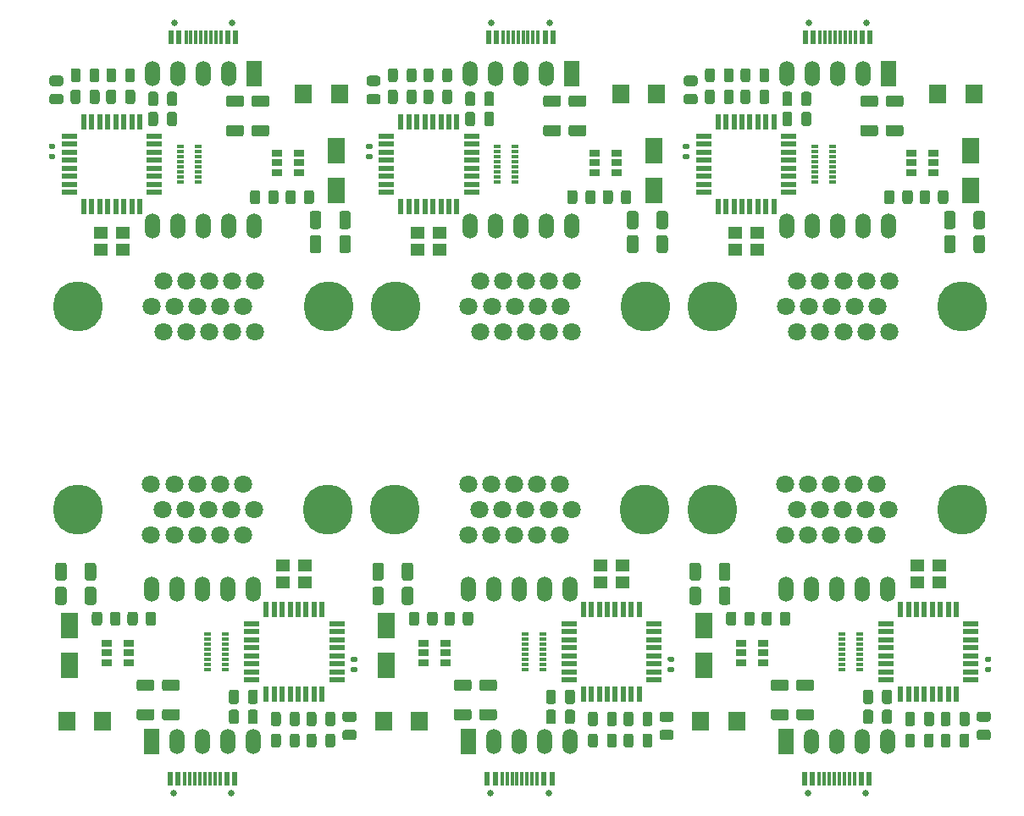
<source format=gbr>
%TF.GenerationSoftware,KiCad,Pcbnew,(5.1.9)-1*%
%TF.CreationDate,2022-04-09T22:54:09+08:00*%
%TF.ProjectId,DB15_Switch_panelize,44423135-5f53-4776-9974-63685f70616e,rev?*%
%TF.SameCoordinates,Original*%
%TF.FileFunction,Soldermask,Top*%
%TF.FilePolarity,Negative*%
%FSLAX46Y46*%
G04 Gerber Fmt 4.6, Leading zero omitted, Abs format (unit mm)*
G04 Created by KiCad (PCBNEW (5.1.9)-1) date 2022-04-09 22:54:09*
%MOMM*%
%LPD*%
G01*
G04 APERTURE LIST*
%ADD10R,1.600000X0.550000*%
%ADD11R,0.550000X1.600000*%
%ADD12R,1.400000X1.200000*%
%ADD13C,0.650000*%
%ADD14R,0.300000X1.450000*%
%ADD15R,0.600000X1.450000*%
%ADD16R,1.524000X2.524000*%
%ADD17O,1.524000X2.524000*%
%ADD18R,0.800000X0.300000*%
%ADD19C,5.000000*%
%ADD20C,1.800000*%
%ADD21R,1.800000X2.500000*%
%ADD22R,1.675000X1.950000*%
%ADD23R,1.060000X0.650000*%
G04 APERTURE END LIST*
D10*
%TO.C,U4*%
X163918000Y-107084000D03*
X163918000Y-107884000D03*
X163918000Y-108684000D03*
X163918000Y-109484000D03*
X163918000Y-110284000D03*
X163918000Y-111084000D03*
X163918000Y-111884000D03*
X163918000Y-112684000D03*
D11*
X162468000Y-114134000D03*
X161668000Y-114134000D03*
X160868000Y-114134000D03*
X160068000Y-114134000D03*
X159268000Y-114134000D03*
X158468000Y-114134000D03*
X157668000Y-114134000D03*
X156868000Y-114134000D03*
D10*
X155418000Y-112684000D03*
X155418000Y-111884000D03*
X155418000Y-111084000D03*
X155418000Y-110284000D03*
X155418000Y-109484000D03*
X155418000Y-108684000D03*
X155418000Y-107884000D03*
X155418000Y-107084000D03*
D11*
X156868000Y-105634000D03*
X157668000Y-105634000D03*
X158468000Y-105634000D03*
X159268000Y-105634000D03*
X160068000Y-105634000D03*
X160868000Y-105634000D03*
X161668000Y-105634000D03*
X162468000Y-105634000D03*
%TD*%
%TO.C,R5*%
G36*
G01*
X197152000Y-111392000D02*
X197522000Y-111392000D01*
G75*
G02*
X197657000Y-111527000I0J-135000D01*
G01*
X197657000Y-111797000D01*
G75*
G02*
X197522000Y-111932000I-135000J0D01*
G01*
X197152000Y-111932000D01*
G75*
G02*
X197017000Y-111797000I0J135000D01*
G01*
X197017000Y-111527000D01*
G75*
G02*
X197152000Y-111392000I135000J0D01*
G01*
G37*
G36*
G01*
X197152000Y-110372000D02*
X197522000Y-110372000D01*
G75*
G02*
X197657000Y-110507000I0J-135000D01*
G01*
X197657000Y-110777000D01*
G75*
G02*
X197522000Y-110912000I-135000J0D01*
G01*
X197152000Y-110912000D01*
G75*
G02*
X197017000Y-110777000I0J135000D01*
G01*
X197017000Y-110507000D01*
G75*
G02*
X197152000Y-110372000I135000J0D01*
G01*
G37*
%TD*%
%TO.C,C3*%
G36*
G01*
X193585000Y-116140000D02*
X193585000Y-117090000D01*
G75*
G02*
X193335000Y-117340000I-250000J0D01*
G01*
X192835000Y-117340000D01*
G75*
G02*
X192585000Y-117090000I0J250000D01*
G01*
X192585000Y-116140000D01*
G75*
G02*
X192835000Y-115890000I250000J0D01*
G01*
X193335000Y-115890000D01*
G75*
G02*
X193585000Y-116140000I0J-250000D01*
G01*
G37*
G36*
G01*
X195485000Y-116140000D02*
X195485000Y-117090000D01*
G75*
G02*
X195235000Y-117340000I-250000J0D01*
G01*
X194735000Y-117340000D01*
G75*
G02*
X194485000Y-117090000I0J250000D01*
G01*
X194485000Y-116140000D01*
G75*
G02*
X194735000Y-115890000I250000J0D01*
G01*
X195235000Y-115890000D01*
G75*
G02*
X195485000Y-116140000I0J-250000D01*
G01*
G37*
%TD*%
%TO.C,C3*%
G36*
G01*
X161885000Y-116140000D02*
X161885000Y-117090000D01*
G75*
G02*
X161635000Y-117340000I-250000J0D01*
G01*
X161135000Y-117340000D01*
G75*
G02*
X160885000Y-117090000I0J250000D01*
G01*
X160885000Y-116140000D01*
G75*
G02*
X161135000Y-115890000I250000J0D01*
G01*
X161635000Y-115890000D01*
G75*
G02*
X161885000Y-116140000I0J-250000D01*
G01*
G37*
G36*
G01*
X163785000Y-116140000D02*
X163785000Y-117090000D01*
G75*
G02*
X163535000Y-117340000I-250000J0D01*
G01*
X163035000Y-117340000D01*
G75*
G02*
X162785000Y-117090000I0J250000D01*
G01*
X162785000Y-116140000D01*
G75*
G02*
X163035000Y-115890000I250000J0D01*
G01*
X163535000Y-115890000D01*
G75*
G02*
X163785000Y-116140000I0J-250000D01*
G01*
G37*
%TD*%
D12*
%TO.C,Y1*%
X160768000Y-102987000D03*
X158568000Y-102987000D03*
X158568000Y-101287000D03*
X160768000Y-101287000D03*
%TD*%
%TO.C,R5*%
G36*
G01*
X165452000Y-111392000D02*
X165822000Y-111392000D01*
G75*
G02*
X165957000Y-111527000I0J-135000D01*
G01*
X165957000Y-111797000D01*
G75*
G02*
X165822000Y-111932000I-135000J0D01*
G01*
X165452000Y-111932000D01*
G75*
G02*
X165317000Y-111797000I0J135000D01*
G01*
X165317000Y-111527000D01*
G75*
G02*
X165452000Y-111392000I135000J0D01*
G01*
G37*
G36*
G01*
X165452000Y-110372000D02*
X165822000Y-110372000D01*
G75*
G02*
X165957000Y-110507000I0J-135000D01*
G01*
X165957000Y-110777000D01*
G75*
G02*
X165822000Y-110912000I-135000J0D01*
G01*
X165452000Y-110912000D01*
G75*
G02*
X165317000Y-110777000I0J135000D01*
G01*
X165317000Y-110507000D01*
G75*
G02*
X165452000Y-110372000I135000J0D01*
G01*
G37*
%TD*%
%TO.C,C8*%
G36*
G01*
X186738000Y-116875000D02*
X186738000Y-115925000D01*
G75*
G02*
X186988000Y-115675000I250000J0D01*
G01*
X187488000Y-115675000D01*
G75*
G02*
X187738000Y-115925000I0J-250000D01*
G01*
X187738000Y-116875000D01*
G75*
G02*
X187488000Y-117125000I-250000J0D01*
G01*
X186988000Y-117125000D01*
G75*
G02*
X186738000Y-116875000I0J250000D01*
G01*
G37*
G36*
G01*
X184838000Y-116875000D02*
X184838000Y-115925000D01*
G75*
G02*
X185088000Y-115675000I250000J0D01*
G01*
X185588000Y-115675000D01*
G75*
G02*
X185838000Y-115925000I0J-250000D01*
G01*
X185838000Y-116875000D01*
G75*
G02*
X185588000Y-117125000I-250000J0D01*
G01*
X185088000Y-117125000D01*
G75*
G02*
X184838000Y-116875000I0J250000D01*
G01*
G37*
%TD*%
D13*
%TO.C,USB1*%
X179310000Y-124050000D03*
X185090000Y-124050000D03*
D14*
X181950000Y-122605000D03*
X182450000Y-122605000D03*
X182950000Y-122605000D03*
X181450000Y-122605000D03*
X183450000Y-122605000D03*
X180950000Y-122605000D03*
X183950000Y-122605000D03*
X180450000Y-122605000D03*
D15*
X179750000Y-122605000D03*
X184650000Y-122605000D03*
X178975000Y-122605000D03*
X185425000Y-122605000D03*
%TD*%
%TO.C,C9*%
G36*
G01*
X186738000Y-114875000D02*
X186738000Y-113925000D01*
G75*
G02*
X186988000Y-113675000I250000J0D01*
G01*
X187488000Y-113675000D01*
G75*
G02*
X187738000Y-113925000I0J-250000D01*
G01*
X187738000Y-114875000D01*
G75*
G02*
X187488000Y-115125000I-250000J0D01*
G01*
X186988000Y-115125000D01*
G75*
G02*
X186738000Y-114875000I0J250000D01*
G01*
G37*
G36*
G01*
X184838000Y-114875000D02*
X184838000Y-113925000D01*
G75*
G02*
X185088000Y-113675000I250000J0D01*
G01*
X185588000Y-113675000D01*
G75*
G02*
X185838000Y-113925000I0J-250000D01*
G01*
X185838000Y-114875000D01*
G75*
G02*
X185588000Y-115125000I-250000J0D01*
G01*
X185088000Y-115125000D01*
G75*
G02*
X184838000Y-114875000I0J250000D01*
G01*
G37*
%TD*%
D12*
%TO.C,Y1*%
X192468000Y-102987000D03*
X190268000Y-102987000D03*
X190268000Y-101287000D03*
X192468000Y-101287000D03*
%TD*%
%TO.C,C7*%
G36*
G01*
X168624000Y-101232999D02*
X168624000Y-102533001D01*
G75*
G02*
X168374001Y-102783000I-249999J0D01*
G01*
X167723999Y-102783000D01*
G75*
G02*
X167474000Y-102533001I0J249999D01*
G01*
X167474000Y-101232999D01*
G75*
G02*
X167723999Y-100983000I249999J0D01*
G01*
X168374001Y-100983000D01*
G75*
G02*
X168624000Y-101232999I0J-249999D01*
G01*
G37*
G36*
G01*
X171574000Y-101232999D02*
X171574000Y-102533001D01*
G75*
G02*
X171324001Y-102783000I-249999J0D01*
G01*
X170673999Y-102783000D01*
G75*
G02*
X170424000Y-102533001I0J249999D01*
G01*
X170424000Y-101232999D01*
G75*
G02*
X170673999Y-100983000I249999J0D01*
G01*
X171324001Y-100983000D01*
G75*
G02*
X171574000Y-101232999I0J-249999D01*
G01*
G37*
%TD*%
D10*
%TO.C,U4*%
X195618000Y-107084000D03*
X195618000Y-107884000D03*
X195618000Y-108684000D03*
X195618000Y-109484000D03*
X195618000Y-110284000D03*
X195618000Y-111084000D03*
X195618000Y-111884000D03*
X195618000Y-112684000D03*
D11*
X194168000Y-114134000D03*
X193368000Y-114134000D03*
X192568000Y-114134000D03*
X191768000Y-114134000D03*
X190968000Y-114134000D03*
X190168000Y-114134000D03*
X189368000Y-114134000D03*
X188568000Y-114134000D03*
D10*
X187118000Y-112684000D03*
X187118000Y-111884000D03*
X187118000Y-111084000D03*
X187118000Y-110284000D03*
X187118000Y-109484000D03*
X187118000Y-108684000D03*
X187118000Y-107884000D03*
X187118000Y-107084000D03*
D11*
X188568000Y-105634000D03*
X189368000Y-105634000D03*
X190168000Y-105634000D03*
X190968000Y-105634000D03*
X191768000Y-105634000D03*
X192568000Y-105634000D03*
X193368000Y-105634000D03*
X194168000Y-105634000D03*
%TD*%
D13*
%TO.C,USB1*%
X147610000Y-124050000D03*
X153390000Y-124050000D03*
D14*
X150250000Y-122605000D03*
X150750000Y-122605000D03*
X151250000Y-122605000D03*
X149750000Y-122605000D03*
X151750000Y-122605000D03*
X149250000Y-122605000D03*
X152250000Y-122605000D03*
X148750000Y-122605000D03*
D15*
X148050000Y-122605000D03*
X152950000Y-122605000D03*
X147275000Y-122605000D03*
X153725000Y-122605000D03*
%TD*%
%TO.C,C8*%
G36*
G01*
X155038000Y-116875000D02*
X155038000Y-115925000D01*
G75*
G02*
X155288000Y-115675000I250000J0D01*
G01*
X155788000Y-115675000D01*
G75*
G02*
X156038000Y-115925000I0J-250000D01*
G01*
X156038000Y-116875000D01*
G75*
G02*
X155788000Y-117125000I-250000J0D01*
G01*
X155288000Y-117125000D01*
G75*
G02*
X155038000Y-116875000I0J250000D01*
G01*
G37*
G36*
G01*
X153138000Y-116875000D02*
X153138000Y-115925000D01*
G75*
G02*
X153388000Y-115675000I250000J0D01*
G01*
X153888000Y-115675000D01*
G75*
G02*
X154138000Y-115925000I0J-250000D01*
G01*
X154138000Y-116875000D01*
G75*
G02*
X153888000Y-117125000I-250000J0D01*
G01*
X153388000Y-117125000D01*
G75*
G02*
X153138000Y-116875000I0J250000D01*
G01*
G37*
%TD*%
%TO.C,C6*%
G36*
G01*
X168624000Y-103645999D02*
X168624000Y-104946001D01*
G75*
G02*
X168374001Y-105196000I-249999J0D01*
G01*
X167723999Y-105196000D01*
G75*
G02*
X167474000Y-104946001I0J249999D01*
G01*
X167474000Y-103645999D01*
G75*
G02*
X167723999Y-103396000I249999J0D01*
G01*
X168374001Y-103396000D01*
G75*
G02*
X168624000Y-103645999I0J-249999D01*
G01*
G37*
G36*
G01*
X171574000Y-103645999D02*
X171574000Y-104946001D01*
G75*
G02*
X171324001Y-105196000I-249999J0D01*
G01*
X170673999Y-105196000D01*
G75*
G02*
X170424000Y-104946001I0J249999D01*
G01*
X170424000Y-103645999D01*
G75*
G02*
X170673999Y-103396000I249999J0D01*
G01*
X171324001Y-103396000D01*
G75*
G02*
X171574000Y-103645999I0J-249999D01*
G01*
G37*
%TD*%
%TO.C,C9*%
G36*
G01*
X155038000Y-114875000D02*
X155038000Y-113925000D01*
G75*
G02*
X155288000Y-113675000I250000J0D01*
G01*
X155788000Y-113675000D01*
G75*
G02*
X156038000Y-113925000I0J-250000D01*
G01*
X156038000Y-114875000D01*
G75*
G02*
X155788000Y-115125000I-250000J0D01*
G01*
X155288000Y-115125000D01*
G75*
G02*
X155038000Y-114875000I0J250000D01*
G01*
G37*
G36*
G01*
X153138000Y-114875000D02*
X153138000Y-113925000D01*
G75*
G02*
X153388000Y-113675000I250000J0D01*
G01*
X153888000Y-113675000D01*
G75*
G02*
X154138000Y-113925000I0J-250000D01*
G01*
X154138000Y-114875000D01*
G75*
G02*
X153888000Y-115125000I-250000J0D01*
G01*
X153388000Y-115125000D01*
G75*
G02*
X153138000Y-114875000I0J250000D01*
G01*
G37*
%TD*%
D16*
%TO.C,U2*%
X177120000Y-118901000D03*
D17*
X179660000Y-118901000D03*
X182200000Y-118901000D03*
X184740000Y-118901000D03*
X187280000Y-118901000D03*
X187280000Y-103661000D03*
X184740000Y-103661000D03*
X182200000Y-103661000D03*
X179660000Y-103661000D03*
X177120000Y-103661000D03*
%TD*%
D18*
%TO.C,RN1*%
X151021000Y-108634000D03*
X151021000Y-109634000D03*
X151021000Y-109134000D03*
X151021000Y-110134000D03*
X151021000Y-110634000D03*
X151021000Y-111134000D03*
X152821000Y-108634000D03*
X152821000Y-109134000D03*
X152821000Y-109634000D03*
X152821000Y-110134000D03*
X152821000Y-110634000D03*
X152821000Y-111134000D03*
X151021000Y-108134000D03*
X152821000Y-108134000D03*
X151021000Y-111634000D03*
X152821000Y-111634000D03*
%TD*%
D16*
%TO.C,U2*%
X145420000Y-118901000D03*
D17*
X147960000Y-118901000D03*
X150500000Y-118901000D03*
X153040000Y-118901000D03*
X155580000Y-118901000D03*
X155580000Y-103661000D03*
X153040000Y-103661000D03*
X150500000Y-103661000D03*
X147960000Y-103661000D03*
X145420000Y-103661000D03*
%TD*%
%TO.C,C6*%
G36*
G01*
X136924000Y-103645999D02*
X136924000Y-104946001D01*
G75*
G02*
X136674001Y-105196000I-249999J0D01*
G01*
X136023999Y-105196000D01*
G75*
G02*
X135774000Y-104946001I0J249999D01*
G01*
X135774000Y-103645999D01*
G75*
G02*
X136023999Y-103396000I249999J0D01*
G01*
X136674001Y-103396000D01*
G75*
G02*
X136924000Y-103645999I0J-249999D01*
G01*
G37*
G36*
G01*
X139874000Y-103645999D02*
X139874000Y-104946001D01*
G75*
G02*
X139624001Y-105196000I-249999J0D01*
G01*
X138973999Y-105196000D01*
G75*
G02*
X138724000Y-104946001I0J249999D01*
G01*
X138724000Y-103645999D01*
G75*
G02*
X138973999Y-103396000I249999J0D01*
G01*
X139624001Y-103396000D01*
G75*
G02*
X139874000Y-103645999I0J-249999D01*
G01*
G37*
%TD*%
D18*
%TO.C,RN1*%
X182721000Y-108634000D03*
X182721000Y-109634000D03*
X182721000Y-109134000D03*
X182721000Y-110134000D03*
X182721000Y-110634000D03*
X182721000Y-111134000D03*
X184521000Y-108634000D03*
X184521000Y-109134000D03*
X184521000Y-109634000D03*
X184521000Y-110134000D03*
X184521000Y-110634000D03*
X184521000Y-111134000D03*
X182721000Y-108134000D03*
X184521000Y-108134000D03*
X182721000Y-111634000D03*
X184521000Y-111634000D03*
%TD*%
D19*
%TO.C,J1*%
X169729000Y-95660000D03*
X194719000Y-95660000D03*
D20*
X186231000Y-98200000D03*
X183942000Y-98200000D03*
X181652000Y-98200000D03*
X179362000Y-98200000D03*
X177072000Y-98200000D03*
X187376000Y-95660000D03*
X185086000Y-95660000D03*
X182796000Y-95660000D03*
X180506000Y-95660000D03*
X178217000Y-95660000D03*
X186231000Y-93120000D03*
X183942000Y-93120000D03*
X181652000Y-93120000D03*
X179362000Y-93120000D03*
X177072000Y-93120000D03*
%TD*%
D19*
%TO.C,J1*%
X138029000Y-95660000D03*
X163019000Y-95660000D03*
D20*
X154531000Y-98200000D03*
X152242000Y-98200000D03*
X149952000Y-98200000D03*
X147662000Y-98200000D03*
X145372000Y-98200000D03*
X155676000Y-95660000D03*
X153386000Y-95660000D03*
X151096000Y-95660000D03*
X148806000Y-95660000D03*
X146517000Y-95660000D03*
X154531000Y-93120000D03*
X152242000Y-93120000D03*
X149952000Y-93120000D03*
X147662000Y-93120000D03*
X145372000Y-93120000D03*
%TD*%
%TO.C,C4*%
G36*
G01*
X175858999Y-112660000D02*
X177159001Y-112660000D01*
G75*
G02*
X177409000Y-112909999I0J-249999D01*
G01*
X177409000Y-113560001D01*
G75*
G02*
X177159001Y-113810000I-249999J0D01*
G01*
X175858999Y-113810000D01*
G75*
G02*
X175609000Y-113560001I0J249999D01*
G01*
X175609000Y-112909999D01*
G75*
G02*
X175858999Y-112660000I249999J0D01*
G01*
G37*
G36*
G01*
X175858999Y-115610000D02*
X177159001Y-115610000D01*
G75*
G02*
X177409000Y-115859999I0J-249999D01*
G01*
X177409000Y-116510001D01*
G75*
G02*
X177159001Y-116760000I-249999J0D01*
G01*
X175858999Y-116760000D01*
G75*
G02*
X175609000Y-116510001I0J249999D01*
G01*
X175609000Y-115859999D01*
G75*
G02*
X175858999Y-115610000I249999J0D01*
G01*
G37*
%TD*%
%TO.C,R10*%
G36*
G01*
X165650001Y-116900000D02*
X164749999Y-116900000D01*
G75*
G02*
X164500000Y-116650001I0J249999D01*
G01*
X164500000Y-116124999D01*
G75*
G02*
X164749999Y-115875000I249999J0D01*
G01*
X165650001Y-115875000D01*
G75*
G02*
X165900000Y-116124999I0J-249999D01*
G01*
X165900000Y-116650001D01*
G75*
G02*
X165650001Y-116900000I-249999J0D01*
G01*
G37*
G36*
G01*
X165650001Y-118725000D02*
X164749999Y-118725000D01*
G75*
G02*
X164500000Y-118475001I0J249999D01*
G01*
X164500000Y-117949999D01*
G75*
G02*
X164749999Y-117700000I249999J0D01*
G01*
X165650001Y-117700000D01*
G75*
G02*
X165900000Y-117949999I0J-249999D01*
G01*
X165900000Y-118475001D01*
G75*
G02*
X165650001Y-118725000I-249999J0D01*
G01*
G37*
%TD*%
%TO.C,C5*%
G36*
G01*
X146698999Y-112660000D02*
X147999001Y-112660000D01*
G75*
G02*
X148249000Y-112909999I0J-249999D01*
G01*
X148249000Y-113560001D01*
G75*
G02*
X147999001Y-113810000I-249999J0D01*
G01*
X146698999Y-113810000D01*
G75*
G02*
X146449000Y-113560001I0J249999D01*
G01*
X146449000Y-112909999D01*
G75*
G02*
X146698999Y-112660000I249999J0D01*
G01*
G37*
G36*
G01*
X146698999Y-115610000D02*
X147999001Y-115610000D01*
G75*
G02*
X148249000Y-115859999I0J-249999D01*
G01*
X148249000Y-116510001D01*
G75*
G02*
X147999001Y-116760000I-249999J0D01*
G01*
X146698999Y-116760000D01*
G75*
G02*
X146449000Y-116510001I0J249999D01*
G01*
X146449000Y-115859999D01*
G75*
G02*
X146698999Y-115610000I249999J0D01*
G01*
G37*
%TD*%
%TO.C,C5*%
G36*
G01*
X178398999Y-112660000D02*
X179699001Y-112660000D01*
G75*
G02*
X179949000Y-112909999I0J-249999D01*
G01*
X179949000Y-113560001D01*
G75*
G02*
X179699001Y-113810000I-249999J0D01*
G01*
X178398999Y-113810000D01*
G75*
G02*
X178149000Y-113560001I0J249999D01*
G01*
X178149000Y-112909999D01*
G75*
G02*
X178398999Y-112660000I249999J0D01*
G01*
G37*
G36*
G01*
X178398999Y-115610000D02*
X179699001Y-115610000D01*
G75*
G02*
X179949000Y-115859999I0J-249999D01*
G01*
X179949000Y-116510001D01*
G75*
G02*
X179699001Y-116760000I-249999J0D01*
G01*
X178398999Y-116760000D01*
G75*
G02*
X178149000Y-116510001I0J249999D01*
G01*
X178149000Y-115859999D01*
G75*
G02*
X178398999Y-115610000I249999J0D01*
G01*
G37*
%TD*%
%TO.C,R10*%
G36*
G01*
X197350001Y-116900000D02*
X196449999Y-116900000D01*
G75*
G02*
X196200000Y-116650001I0J249999D01*
G01*
X196200000Y-116124999D01*
G75*
G02*
X196449999Y-115875000I249999J0D01*
G01*
X197350001Y-115875000D01*
G75*
G02*
X197600000Y-116124999I0J-249999D01*
G01*
X197600000Y-116650001D01*
G75*
G02*
X197350001Y-116900000I-249999J0D01*
G01*
G37*
G36*
G01*
X197350001Y-118725000D02*
X196449999Y-118725000D01*
G75*
G02*
X196200000Y-118475001I0J249999D01*
G01*
X196200000Y-117949999D01*
G75*
G02*
X196449999Y-117700000I249999J0D01*
G01*
X197350001Y-117700000D01*
G75*
G02*
X197600000Y-117949999I0J-249999D01*
G01*
X197600000Y-118475001D01*
G75*
G02*
X197350001Y-118725000I-249999J0D01*
G01*
G37*
%TD*%
%TO.C,C7*%
G36*
G01*
X136924000Y-101232999D02*
X136924000Y-102533001D01*
G75*
G02*
X136674001Y-102783000I-249999J0D01*
G01*
X136023999Y-102783000D01*
G75*
G02*
X135774000Y-102533001I0J249999D01*
G01*
X135774000Y-101232999D01*
G75*
G02*
X136023999Y-100983000I249999J0D01*
G01*
X136674001Y-100983000D01*
G75*
G02*
X136924000Y-101232999I0J-249999D01*
G01*
G37*
G36*
G01*
X139874000Y-101232999D02*
X139874000Y-102533001D01*
G75*
G02*
X139624001Y-102783000I-249999J0D01*
G01*
X138973999Y-102783000D01*
G75*
G02*
X138724000Y-102533001I0J249999D01*
G01*
X138724000Y-101232999D01*
G75*
G02*
X138973999Y-100983000I249999J0D01*
G01*
X139624001Y-100983000D01*
G75*
G02*
X139874000Y-101232999I0J-249999D01*
G01*
G37*
%TD*%
%TO.C,C4*%
G36*
G01*
X144158999Y-112660000D02*
X145459001Y-112660000D01*
G75*
G02*
X145709000Y-112909999I0J-249999D01*
G01*
X145709000Y-113560001D01*
G75*
G02*
X145459001Y-113810000I-249999J0D01*
G01*
X144158999Y-113810000D01*
G75*
G02*
X143909000Y-113560001I0J249999D01*
G01*
X143909000Y-112909999D01*
G75*
G02*
X144158999Y-112660000I249999J0D01*
G01*
G37*
G36*
G01*
X144158999Y-115610000D02*
X145459001Y-115610000D01*
G75*
G02*
X145709000Y-115859999I0J-249999D01*
G01*
X145709000Y-116510001D01*
G75*
G02*
X145459001Y-116760000I-249999J0D01*
G01*
X144158999Y-116760000D01*
G75*
G02*
X143909000Y-116510001I0J249999D01*
G01*
X143909000Y-115859999D01*
G75*
G02*
X144158999Y-115610000I249999J0D01*
G01*
G37*
%TD*%
D21*
%TO.C,D3*%
X168889000Y-111249000D03*
X168889000Y-107249000D03*
%TD*%
%TO.C,C10*%
G36*
G01*
X190929000Y-117090000D02*
X190929000Y-116140000D01*
G75*
G02*
X191179000Y-115890000I250000J0D01*
G01*
X191679000Y-115890000D01*
G75*
G02*
X191929000Y-116140000I0J-250000D01*
G01*
X191929000Y-117090000D01*
G75*
G02*
X191679000Y-117340000I-250000J0D01*
G01*
X191179000Y-117340000D01*
G75*
G02*
X190929000Y-117090000I0J250000D01*
G01*
G37*
G36*
G01*
X189029000Y-117090000D02*
X189029000Y-116140000D01*
G75*
G02*
X189279000Y-115890000I250000J0D01*
G01*
X189779000Y-115890000D01*
G75*
G02*
X190029000Y-116140000I0J-250000D01*
G01*
X190029000Y-117090000D01*
G75*
G02*
X189779000Y-117340000I-250000J0D01*
G01*
X189279000Y-117340000D01*
G75*
G02*
X189029000Y-117090000I0J250000D01*
G01*
G37*
%TD*%
%TO.C,D3*%
X137189000Y-111249000D03*
X137189000Y-107249000D03*
%TD*%
%TO.C,C10*%
G36*
G01*
X159229000Y-117090000D02*
X159229000Y-116140000D01*
G75*
G02*
X159479000Y-115890000I250000J0D01*
G01*
X159979000Y-115890000D01*
G75*
G02*
X160229000Y-116140000I0J-250000D01*
G01*
X160229000Y-117090000D01*
G75*
G02*
X159979000Y-117340000I-250000J0D01*
G01*
X159479000Y-117340000D01*
G75*
G02*
X159229000Y-117090000I0J250000D01*
G01*
G37*
G36*
G01*
X157329000Y-117090000D02*
X157329000Y-116140000D01*
G75*
G02*
X157579000Y-115890000I250000J0D01*
G01*
X158079000Y-115890000D01*
G75*
G02*
X158329000Y-116140000I0J-250000D01*
G01*
X158329000Y-117090000D01*
G75*
G02*
X158079000Y-117340000I-250000J0D01*
G01*
X157579000Y-117340000D01*
G75*
G02*
X157329000Y-117090000I0J250000D01*
G01*
G37*
%TD*%
%TO.C,C9*%
G36*
G01*
X121438000Y-114875000D02*
X121438000Y-113925000D01*
G75*
G02*
X121688000Y-113675000I250000J0D01*
G01*
X122188000Y-113675000D01*
G75*
G02*
X122438000Y-113925000I0J-250000D01*
G01*
X122438000Y-114875000D01*
G75*
G02*
X122188000Y-115125000I-250000J0D01*
G01*
X121688000Y-115125000D01*
G75*
G02*
X121438000Y-114875000I0J250000D01*
G01*
G37*
G36*
G01*
X123338000Y-114875000D02*
X123338000Y-113925000D01*
G75*
G02*
X123588000Y-113675000I250000J0D01*
G01*
X124088000Y-113675000D01*
G75*
G02*
X124338000Y-113925000I0J-250000D01*
G01*
X124338000Y-114875000D01*
G75*
G02*
X124088000Y-115125000I-250000J0D01*
G01*
X123588000Y-115125000D01*
G75*
G02*
X123338000Y-114875000I0J250000D01*
G01*
G37*
%TD*%
%TO.C,C3*%
G36*
G01*
X132085000Y-116140000D02*
X132085000Y-117090000D01*
G75*
G02*
X131835000Y-117340000I-250000J0D01*
G01*
X131335000Y-117340000D01*
G75*
G02*
X131085000Y-117090000I0J250000D01*
G01*
X131085000Y-116140000D01*
G75*
G02*
X131335000Y-115890000I250000J0D01*
G01*
X131835000Y-115890000D01*
G75*
G02*
X132085000Y-116140000I0J-250000D01*
G01*
G37*
G36*
G01*
X130185000Y-116140000D02*
X130185000Y-117090000D01*
G75*
G02*
X129935000Y-117340000I-250000J0D01*
G01*
X129435000Y-117340000D01*
G75*
G02*
X129185000Y-117090000I0J250000D01*
G01*
X129185000Y-116140000D01*
G75*
G02*
X129435000Y-115890000I250000J0D01*
G01*
X129935000Y-115890000D01*
G75*
G02*
X130185000Y-116140000I0J-250000D01*
G01*
G37*
%TD*%
%TO.C,C8*%
G36*
G01*
X121438000Y-116875000D02*
X121438000Y-115925000D01*
G75*
G02*
X121688000Y-115675000I250000J0D01*
G01*
X122188000Y-115675000D01*
G75*
G02*
X122438000Y-115925000I0J-250000D01*
G01*
X122438000Y-116875000D01*
G75*
G02*
X122188000Y-117125000I-250000J0D01*
G01*
X121688000Y-117125000D01*
G75*
G02*
X121438000Y-116875000I0J250000D01*
G01*
G37*
G36*
G01*
X123338000Y-116875000D02*
X123338000Y-115925000D01*
G75*
G02*
X123588000Y-115675000I250000J0D01*
G01*
X124088000Y-115675000D01*
G75*
G02*
X124338000Y-115925000I0J-250000D01*
G01*
X124338000Y-116875000D01*
G75*
G02*
X124088000Y-117125000I-250000J0D01*
G01*
X123588000Y-117125000D01*
G75*
G02*
X123338000Y-116875000I0J250000D01*
G01*
G37*
%TD*%
D11*
%TO.C,U4*%
X130768000Y-105634000D03*
X129968000Y-105634000D03*
X129168000Y-105634000D03*
X128368000Y-105634000D03*
X127568000Y-105634000D03*
X126768000Y-105634000D03*
X125968000Y-105634000D03*
X125168000Y-105634000D03*
D10*
X123718000Y-107084000D03*
X123718000Y-107884000D03*
X123718000Y-108684000D03*
X123718000Y-109484000D03*
X123718000Y-110284000D03*
X123718000Y-111084000D03*
X123718000Y-111884000D03*
X123718000Y-112684000D03*
D11*
X125168000Y-114134000D03*
X125968000Y-114134000D03*
X126768000Y-114134000D03*
X127568000Y-114134000D03*
X128368000Y-114134000D03*
X129168000Y-114134000D03*
X129968000Y-114134000D03*
X130768000Y-114134000D03*
D10*
X132218000Y-112684000D03*
X132218000Y-111884000D03*
X132218000Y-111084000D03*
X132218000Y-110284000D03*
X132218000Y-109484000D03*
X132218000Y-108684000D03*
X132218000Y-107884000D03*
X132218000Y-107084000D03*
%TD*%
D15*
%TO.C,USB1*%
X122025000Y-122605000D03*
X115575000Y-122605000D03*
X121250000Y-122605000D03*
X116350000Y-122605000D03*
D14*
X117050000Y-122605000D03*
X120550000Y-122605000D03*
X117550000Y-122605000D03*
X120050000Y-122605000D03*
X118050000Y-122605000D03*
X119550000Y-122605000D03*
X119050000Y-122605000D03*
X118550000Y-122605000D03*
D13*
X121690000Y-124050000D03*
X115910000Y-124050000D03*
%TD*%
%TO.C,R5*%
G36*
G01*
X133752000Y-110372000D02*
X134122000Y-110372000D01*
G75*
G02*
X134257000Y-110507000I0J-135000D01*
G01*
X134257000Y-110777000D01*
G75*
G02*
X134122000Y-110912000I-135000J0D01*
G01*
X133752000Y-110912000D01*
G75*
G02*
X133617000Y-110777000I0J135000D01*
G01*
X133617000Y-110507000D01*
G75*
G02*
X133752000Y-110372000I135000J0D01*
G01*
G37*
G36*
G01*
X133752000Y-111392000D02*
X134122000Y-111392000D01*
G75*
G02*
X134257000Y-111527000I0J-135000D01*
G01*
X134257000Y-111797000D01*
G75*
G02*
X134122000Y-111932000I-135000J0D01*
G01*
X133752000Y-111932000D01*
G75*
G02*
X133617000Y-111797000I0J135000D01*
G01*
X133617000Y-111527000D01*
G75*
G02*
X133752000Y-111392000I135000J0D01*
G01*
G37*
%TD*%
D12*
%TO.C,Y1*%
X129068000Y-101287000D03*
X126868000Y-101287000D03*
X126868000Y-102987000D03*
X129068000Y-102987000D03*
%TD*%
D18*
%TO.C,RN1*%
X121121000Y-111634000D03*
X119321000Y-111634000D03*
X121121000Y-108134000D03*
X119321000Y-108134000D03*
X121121000Y-111134000D03*
X121121000Y-110634000D03*
X121121000Y-110134000D03*
X121121000Y-109634000D03*
X121121000Y-109134000D03*
X121121000Y-108634000D03*
X119321000Y-111134000D03*
X119321000Y-110634000D03*
X119321000Y-110134000D03*
X119321000Y-109134000D03*
X119321000Y-109634000D03*
X119321000Y-108634000D03*
%TD*%
%TO.C,C6*%
G36*
G01*
X108174000Y-103645999D02*
X108174000Y-104946001D01*
G75*
G02*
X107924001Y-105196000I-249999J0D01*
G01*
X107273999Y-105196000D01*
G75*
G02*
X107024000Y-104946001I0J249999D01*
G01*
X107024000Y-103645999D01*
G75*
G02*
X107273999Y-103396000I249999J0D01*
G01*
X107924001Y-103396000D01*
G75*
G02*
X108174000Y-103645999I0J-249999D01*
G01*
G37*
G36*
G01*
X105224000Y-103645999D02*
X105224000Y-104946001D01*
G75*
G02*
X104974001Y-105196000I-249999J0D01*
G01*
X104323999Y-105196000D01*
G75*
G02*
X104074000Y-104946001I0J249999D01*
G01*
X104074000Y-103645999D01*
G75*
G02*
X104323999Y-103396000I249999J0D01*
G01*
X104974001Y-103396000D01*
G75*
G02*
X105224000Y-103645999I0J-249999D01*
G01*
G37*
%TD*%
D17*
%TO.C,U2*%
X113720000Y-103661000D03*
X116260000Y-103661000D03*
X118800000Y-103661000D03*
X121340000Y-103661000D03*
X123880000Y-103661000D03*
X123880000Y-118901000D03*
X121340000Y-118901000D03*
X118800000Y-118901000D03*
X116260000Y-118901000D03*
D16*
X113720000Y-118901000D03*
%TD*%
%TO.C,C7*%
G36*
G01*
X108174000Y-101232999D02*
X108174000Y-102533001D01*
G75*
G02*
X107924001Y-102783000I-249999J0D01*
G01*
X107273999Y-102783000D01*
G75*
G02*
X107024000Y-102533001I0J249999D01*
G01*
X107024000Y-101232999D01*
G75*
G02*
X107273999Y-100983000I249999J0D01*
G01*
X107924001Y-100983000D01*
G75*
G02*
X108174000Y-101232999I0J-249999D01*
G01*
G37*
G36*
G01*
X105224000Y-101232999D02*
X105224000Y-102533001D01*
G75*
G02*
X104974001Y-102783000I-249999J0D01*
G01*
X104323999Y-102783000D01*
G75*
G02*
X104074000Y-102533001I0J249999D01*
G01*
X104074000Y-101232999D01*
G75*
G02*
X104323999Y-100983000I249999J0D01*
G01*
X104974001Y-100983000D01*
G75*
G02*
X105224000Y-101232999I0J-249999D01*
G01*
G37*
%TD*%
D20*
%TO.C,J1*%
X113672000Y-93120000D03*
X115962000Y-93120000D03*
X118252000Y-93120000D03*
X120542000Y-93120000D03*
X122831000Y-93120000D03*
X114817000Y-95660000D03*
X117106000Y-95660000D03*
X119396000Y-95660000D03*
X121686000Y-95660000D03*
X123976000Y-95660000D03*
X113672000Y-98200000D03*
X115962000Y-98200000D03*
X118252000Y-98200000D03*
X120542000Y-98200000D03*
X122831000Y-98200000D03*
D19*
X131319000Y-95660000D03*
X106329000Y-95660000D03*
%TD*%
%TO.C,C4*%
G36*
G01*
X112458999Y-115610000D02*
X113759001Y-115610000D01*
G75*
G02*
X114009000Y-115859999I0J-249999D01*
G01*
X114009000Y-116510001D01*
G75*
G02*
X113759001Y-116760000I-249999J0D01*
G01*
X112458999Y-116760000D01*
G75*
G02*
X112209000Y-116510001I0J249999D01*
G01*
X112209000Y-115859999D01*
G75*
G02*
X112458999Y-115610000I249999J0D01*
G01*
G37*
G36*
G01*
X112458999Y-112660000D02*
X113759001Y-112660000D01*
G75*
G02*
X114009000Y-112909999I0J-249999D01*
G01*
X114009000Y-113560001D01*
G75*
G02*
X113759001Y-113810000I-249999J0D01*
G01*
X112458999Y-113810000D01*
G75*
G02*
X112209000Y-113560001I0J249999D01*
G01*
X112209000Y-112909999D01*
G75*
G02*
X112458999Y-112660000I249999J0D01*
G01*
G37*
%TD*%
%TO.C,C5*%
G36*
G01*
X114998999Y-115610000D02*
X116299001Y-115610000D01*
G75*
G02*
X116549000Y-115859999I0J-249999D01*
G01*
X116549000Y-116510001D01*
G75*
G02*
X116299001Y-116760000I-249999J0D01*
G01*
X114998999Y-116760000D01*
G75*
G02*
X114749000Y-116510001I0J249999D01*
G01*
X114749000Y-115859999D01*
G75*
G02*
X114998999Y-115610000I249999J0D01*
G01*
G37*
G36*
G01*
X114998999Y-112660000D02*
X116299001Y-112660000D01*
G75*
G02*
X116549000Y-112909999I0J-249999D01*
G01*
X116549000Y-113560001D01*
G75*
G02*
X116299001Y-113810000I-249999J0D01*
G01*
X114998999Y-113810000D01*
G75*
G02*
X114749000Y-113560001I0J249999D01*
G01*
X114749000Y-112909999D01*
G75*
G02*
X114998999Y-112660000I249999J0D01*
G01*
G37*
%TD*%
%TO.C,R10*%
G36*
G01*
X133950001Y-118725000D02*
X133049999Y-118725000D01*
G75*
G02*
X132800000Y-118475001I0J249999D01*
G01*
X132800000Y-117949999D01*
G75*
G02*
X133049999Y-117700000I249999J0D01*
G01*
X133950001Y-117700000D01*
G75*
G02*
X134200000Y-117949999I0J-249999D01*
G01*
X134200000Y-118475001D01*
G75*
G02*
X133950001Y-118725000I-249999J0D01*
G01*
G37*
G36*
G01*
X133950001Y-116900000D02*
X133049999Y-116900000D01*
G75*
G02*
X132800000Y-116650001I0J249999D01*
G01*
X132800000Y-116124999D01*
G75*
G02*
X133049999Y-115875000I249999J0D01*
G01*
X133950001Y-115875000D01*
G75*
G02*
X134200000Y-116124999I0J-249999D01*
G01*
X134200000Y-116650001D01*
G75*
G02*
X133950001Y-116900000I-249999J0D01*
G01*
G37*
%TD*%
D21*
%TO.C,D3*%
X105489000Y-107249000D03*
X105489000Y-111249000D03*
%TD*%
%TO.C,C10*%
G36*
G01*
X125629000Y-117090000D02*
X125629000Y-116140000D01*
G75*
G02*
X125879000Y-115890000I250000J0D01*
G01*
X126379000Y-115890000D01*
G75*
G02*
X126629000Y-116140000I0J-250000D01*
G01*
X126629000Y-117090000D01*
G75*
G02*
X126379000Y-117340000I-250000J0D01*
G01*
X125879000Y-117340000D01*
G75*
G02*
X125629000Y-117090000I0J250000D01*
G01*
G37*
G36*
G01*
X127529000Y-117090000D02*
X127529000Y-116140000D01*
G75*
G02*
X127779000Y-115890000I250000J0D01*
G01*
X128279000Y-115890000D01*
G75*
G02*
X128529000Y-116140000I0J-250000D01*
G01*
X128529000Y-117090000D01*
G75*
G02*
X128279000Y-117340000I-250000J0D01*
G01*
X127779000Y-117340000D01*
G75*
G02*
X127529000Y-117090000I0J250000D01*
G01*
G37*
%TD*%
%TO.C,D1*%
G36*
G01*
X128504000Y-118317750D02*
X128504000Y-119230250D01*
G75*
G02*
X128260250Y-119474000I-243750J0D01*
G01*
X127772750Y-119474000D01*
G75*
G02*
X127529000Y-119230250I0J243750D01*
G01*
X127529000Y-118317750D01*
G75*
G02*
X127772750Y-118074000I243750J0D01*
G01*
X128260250Y-118074000D01*
G75*
G02*
X128504000Y-118317750I0J-243750D01*
G01*
G37*
G36*
G01*
X126629000Y-118317750D02*
X126629000Y-119230250D01*
G75*
G02*
X126385250Y-119474000I-243750J0D01*
G01*
X125897750Y-119474000D01*
G75*
G02*
X125654000Y-119230250I0J243750D01*
G01*
X125654000Y-118317750D01*
G75*
G02*
X125897750Y-118074000I243750J0D01*
G01*
X126385250Y-118074000D01*
G75*
G02*
X126629000Y-118317750I0J-243750D01*
G01*
G37*
%TD*%
%TO.C,D2*%
G36*
G01*
X129210000Y-119230250D02*
X129210000Y-118317750D01*
G75*
G02*
X129453750Y-118074000I243750J0D01*
G01*
X129941250Y-118074000D01*
G75*
G02*
X130185000Y-118317750I0J-243750D01*
G01*
X130185000Y-119230250D01*
G75*
G02*
X129941250Y-119474000I-243750J0D01*
G01*
X129453750Y-119474000D01*
G75*
G02*
X129210000Y-119230250I0J243750D01*
G01*
G37*
G36*
G01*
X131085000Y-119230250D02*
X131085000Y-118317750D01*
G75*
G02*
X131328750Y-118074000I243750J0D01*
G01*
X131816250Y-118074000D01*
G75*
G02*
X132060000Y-118317750I0J-243750D01*
G01*
X132060000Y-119230250D01*
G75*
G02*
X131816250Y-119474000I-243750J0D01*
G01*
X131328750Y-119474000D01*
G75*
G02*
X131085000Y-119230250I0J243750D01*
G01*
G37*
%TD*%
%TO.C,R7*%
G36*
G01*
X111303000Y-107032001D02*
X111303000Y-106131999D01*
G75*
G02*
X111552999Y-105882000I249999J0D01*
G01*
X112078001Y-105882000D01*
G75*
G02*
X112328000Y-106131999I0J-249999D01*
G01*
X112328000Y-107032001D01*
G75*
G02*
X112078001Y-107282000I-249999J0D01*
G01*
X111552999Y-107282000D01*
G75*
G02*
X111303000Y-107032001I0J249999D01*
G01*
G37*
G36*
G01*
X113128000Y-107032001D02*
X113128000Y-106131999D01*
G75*
G02*
X113377999Y-105882000I249999J0D01*
G01*
X113903001Y-105882000D01*
G75*
G02*
X114153000Y-106131999I0J-249999D01*
G01*
X114153000Y-107032001D01*
G75*
G02*
X113903001Y-107282000I-249999J0D01*
G01*
X113377999Y-107282000D01*
G75*
G02*
X113128000Y-107032001I0J249999D01*
G01*
G37*
%TD*%
D22*
%TO.C,L1*%
X105213000Y-116869000D03*
X108813000Y-116869000D03*
%TD*%
D23*
%TO.C,U3*%
X111415000Y-110011000D03*
X111415000Y-109061000D03*
X111415000Y-110961000D03*
X109215000Y-110961000D03*
X109215000Y-110011000D03*
X109215000Y-109061000D03*
%TD*%
%TO.C,R6*%
G36*
G01*
X107747000Y-107032001D02*
X107747000Y-106131999D01*
G75*
G02*
X107996999Y-105882000I249999J0D01*
G01*
X108522001Y-105882000D01*
G75*
G02*
X108772000Y-106131999I0J-249999D01*
G01*
X108772000Y-107032001D01*
G75*
G02*
X108522001Y-107282000I-249999J0D01*
G01*
X107996999Y-107282000D01*
G75*
G02*
X107747000Y-107032001I0J249999D01*
G01*
G37*
G36*
G01*
X109572000Y-107032001D02*
X109572000Y-106131999D01*
G75*
G02*
X109821999Y-105882000I249999J0D01*
G01*
X110347001Y-105882000D01*
G75*
G02*
X110597000Y-106131999I0J-249999D01*
G01*
X110597000Y-107032001D01*
G75*
G02*
X110347001Y-107282000I-249999J0D01*
G01*
X109821999Y-107282000D01*
G75*
G02*
X109572000Y-107032001I0J249999D01*
G01*
G37*
%TD*%
%TO.C,R6*%
G36*
G01*
X172972000Y-107032001D02*
X172972000Y-106131999D01*
G75*
G02*
X173221999Y-105882000I249999J0D01*
G01*
X173747001Y-105882000D01*
G75*
G02*
X173997000Y-106131999I0J-249999D01*
G01*
X173997000Y-107032001D01*
G75*
G02*
X173747001Y-107282000I-249999J0D01*
G01*
X173221999Y-107282000D01*
G75*
G02*
X172972000Y-107032001I0J249999D01*
G01*
G37*
G36*
G01*
X171147000Y-107032001D02*
X171147000Y-106131999D01*
G75*
G02*
X171396999Y-105882000I249999J0D01*
G01*
X171922001Y-105882000D01*
G75*
G02*
X172172000Y-106131999I0J-249999D01*
G01*
X172172000Y-107032001D01*
G75*
G02*
X171922001Y-107282000I-249999J0D01*
G01*
X171396999Y-107282000D01*
G75*
G02*
X171147000Y-107032001I0J249999D01*
G01*
G37*
%TD*%
%TO.C,D1*%
G36*
G01*
X190029000Y-118317750D02*
X190029000Y-119230250D01*
G75*
G02*
X189785250Y-119474000I-243750J0D01*
G01*
X189297750Y-119474000D01*
G75*
G02*
X189054000Y-119230250I0J243750D01*
G01*
X189054000Y-118317750D01*
G75*
G02*
X189297750Y-118074000I243750J0D01*
G01*
X189785250Y-118074000D01*
G75*
G02*
X190029000Y-118317750I0J-243750D01*
G01*
G37*
G36*
G01*
X191904000Y-118317750D02*
X191904000Y-119230250D01*
G75*
G02*
X191660250Y-119474000I-243750J0D01*
G01*
X191172750Y-119474000D01*
G75*
G02*
X190929000Y-119230250I0J243750D01*
G01*
X190929000Y-118317750D01*
G75*
G02*
X191172750Y-118074000I243750J0D01*
G01*
X191660250Y-118074000D01*
G75*
G02*
X191904000Y-118317750I0J-243750D01*
G01*
G37*
%TD*%
%TO.C,U3*%
X172615000Y-109061000D03*
X172615000Y-110011000D03*
X172615000Y-110961000D03*
X174815000Y-110961000D03*
X174815000Y-109061000D03*
X174815000Y-110011000D03*
%TD*%
%TO.C,D2*%
G36*
G01*
X162785000Y-119230250D02*
X162785000Y-118317750D01*
G75*
G02*
X163028750Y-118074000I243750J0D01*
G01*
X163516250Y-118074000D01*
G75*
G02*
X163760000Y-118317750I0J-243750D01*
G01*
X163760000Y-119230250D01*
G75*
G02*
X163516250Y-119474000I-243750J0D01*
G01*
X163028750Y-119474000D01*
G75*
G02*
X162785000Y-119230250I0J243750D01*
G01*
G37*
G36*
G01*
X160910000Y-119230250D02*
X160910000Y-118317750D01*
G75*
G02*
X161153750Y-118074000I243750J0D01*
G01*
X161641250Y-118074000D01*
G75*
G02*
X161885000Y-118317750I0J-243750D01*
G01*
X161885000Y-119230250D01*
G75*
G02*
X161641250Y-119474000I-243750J0D01*
G01*
X161153750Y-119474000D01*
G75*
G02*
X160910000Y-119230250I0J243750D01*
G01*
G37*
%TD*%
D22*
%TO.C,L1*%
X172213000Y-116869000D03*
X168613000Y-116869000D03*
%TD*%
D23*
%TO.C,U3*%
X140915000Y-109061000D03*
X140915000Y-110011000D03*
X140915000Y-110961000D03*
X143115000Y-110961000D03*
X143115000Y-109061000D03*
X143115000Y-110011000D03*
%TD*%
%TO.C,D2*%
G36*
G01*
X194485000Y-119230250D02*
X194485000Y-118317750D01*
G75*
G02*
X194728750Y-118074000I243750J0D01*
G01*
X195216250Y-118074000D01*
G75*
G02*
X195460000Y-118317750I0J-243750D01*
G01*
X195460000Y-119230250D01*
G75*
G02*
X195216250Y-119474000I-243750J0D01*
G01*
X194728750Y-119474000D01*
G75*
G02*
X194485000Y-119230250I0J243750D01*
G01*
G37*
G36*
G01*
X192610000Y-119230250D02*
X192610000Y-118317750D01*
G75*
G02*
X192853750Y-118074000I243750J0D01*
G01*
X193341250Y-118074000D01*
G75*
G02*
X193585000Y-118317750I0J-243750D01*
G01*
X193585000Y-119230250D01*
G75*
G02*
X193341250Y-119474000I-243750J0D01*
G01*
X192853750Y-119474000D01*
G75*
G02*
X192610000Y-119230250I0J243750D01*
G01*
G37*
%TD*%
%TO.C,R7*%
G36*
G01*
X144828000Y-107032001D02*
X144828000Y-106131999D01*
G75*
G02*
X145077999Y-105882000I249999J0D01*
G01*
X145603001Y-105882000D01*
G75*
G02*
X145853000Y-106131999I0J-249999D01*
G01*
X145853000Y-107032001D01*
G75*
G02*
X145603001Y-107282000I-249999J0D01*
G01*
X145077999Y-107282000D01*
G75*
G02*
X144828000Y-107032001I0J249999D01*
G01*
G37*
G36*
G01*
X143003000Y-107032001D02*
X143003000Y-106131999D01*
G75*
G02*
X143252999Y-105882000I249999J0D01*
G01*
X143778001Y-105882000D01*
G75*
G02*
X144028000Y-106131999I0J-249999D01*
G01*
X144028000Y-107032001D01*
G75*
G02*
X143778001Y-107282000I-249999J0D01*
G01*
X143252999Y-107282000D01*
G75*
G02*
X143003000Y-107032001I0J249999D01*
G01*
G37*
%TD*%
D22*
%TO.C,L1*%
X140513000Y-116869000D03*
X136913000Y-116869000D03*
%TD*%
%TO.C,R7*%
G36*
G01*
X176528000Y-107032001D02*
X176528000Y-106131999D01*
G75*
G02*
X176777999Y-105882000I249999J0D01*
G01*
X177303001Y-105882000D01*
G75*
G02*
X177553000Y-106131999I0J-249999D01*
G01*
X177553000Y-107032001D01*
G75*
G02*
X177303001Y-107282000I-249999J0D01*
G01*
X176777999Y-107282000D01*
G75*
G02*
X176528000Y-107032001I0J249999D01*
G01*
G37*
G36*
G01*
X174703000Y-107032001D02*
X174703000Y-106131999D01*
G75*
G02*
X174952999Y-105882000I249999J0D01*
G01*
X175478001Y-105882000D01*
G75*
G02*
X175728000Y-106131999I0J-249999D01*
G01*
X175728000Y-107032001D01*
G75*
G02*
X175478001Y-107282000I-249999J0D01*
G01*
X174952999Y-107282000D01*
G75*
G02*
X174703000Y-107032001I0J249999D01*
G01*
G37*
%TD*%
%TO.C,R6*%
G36*
G01*
X141272000Y-107032001D02*
X141272000Y-106131999D01*
G75*
G02*
X141521999Y-105882000I249999J0D01*
G01*
X142047001Y-105882000D01*
G75*
G02*
X142297000Y-106131999I0J-249999D01*
G01*
X142297000Y-107032001D01*
G75*
G02*
X142047001Y-107282000I-249999J0D01*
G01*
X141521999Y-107282000D01*
G75*
G02*
X141272000Y-107032001I0J249999D01*
G01*
G37*
G36*
G01*
X139447000Y-107032001D02*
X139447000Y-106131999D01*
G75*
G02*
X139696999Y-105882000I249999J0D01*
G01*
X140222001Y-105882000D01*
G75*
G02*
X140472000Y-106131999I0J-249999D01*
G01*
X140472000Y-107032001D01*
G75*
G02*
X140222001Y-107282000I-249999J0D01*
G01*
X139696999Y-107282000D01*
G75*
G02*
X139447000Y-107032001I0J249999D01*
G01*
G37*
%TD*%
%TO.C,D1*%
G36*
G01*
X158329000Y-118317750D02*
X158329000Y-119230250D01*
G75*
G02*
X158085250Y-119474000I-243750J0D01*
G01*
X157597750Y-119474000D01*
G75*
G02*
X157354000Y-119230250I0J243750D01*
G01*
X157354000Y-118317750D01*
G75*
G02*
X157597750Y-118074000I243750J0D01*
G01*
X158085250Y-118074000D01*
G75*
G02*
X158329000Y-118317750I0J-243750D01*
G01*
G37*
G36*
G01*
X160204000Y-118317750D02*
X160204000Y-119230250D01*
G75*
G02*
X159960250Y-119474000I-243750J0D01*
G01*
X159472750Y-119474000D01*
G75*
G02*
X159229000Y-119230250I0J243750D01*
G01*
X159229000Y-118317750D01*
G75*
G02*
X159472750Y-118074000I243750J0D01*
G01*
X159960250Y-118074000D01*
G75*
G02*
X160204000Y-118317750I0J-243750D01*
G01*
G37*
%TD*%
%TO.C,C9*%
G36*
G01*
X116262000Y-56125000D02*
X116262000Y-57075000D01*
G75*
G02*
X116012000Y-57325000I-250000J0D01*
G01*
X115512000Y-57325000D01*
G75*
G02*
X115262000Y-57075000I0J250000D01*
G01*
X115262000Y-56125000D01*
G75*
G02*
X115512000Y-55875000I250000J0D01*
G01*
X116012000Y-55875000D01*
G75*
G02*
X116262000Y-56125000I0J-250000D01*
G01*
G37*
G36*
G01*
X114362000Y-56125000D02*
X114362000Y-57075000D01*
G75*
G02*
X114112000Y-57325000I-250000J0D01*
G01*
X113612000Y-57325000D01*
G75*
G02*
X113362000Y-57075000I0J250000D01*
G01*
X113362000Y-56125000D01*
G75*
G02*
X113612000Y-55875000I250000J0D01*
G01*
X114112000Y-55875000D01*
G75*
G02*
X114362000Y-56125000I0J-250000D01*
G01*
G37*
%TD*%
%TO.C,C9*%
G36*
G01*
X147962000Y-56125000D02*
X147962000Y-57075000D01*
G75*
G02*
X147712000Y-57325000I-250000J0D01*
G01*
X147212000Y-57325000D01*
G75*
G02*
X146962000Y-57075000I0J250000D01*
G01*
X146962000Y-56125000D01*
G75*
G02*
X147212000Y-55875000I250000J0D01*
G01*
X147712000Y-55875000D01*
G75*
G02*
X147962000Y-56125000I0J-250000D01*
G01*
G37*
G36*
G01*
X146062000Y-56125000D02*
X146062000Y-57075000D01*
G75*
G02*
X145812000Y-57325000I-250000J0D01*
G01*
X145312000Y-57325000D01*
G75*
G02*
X145062000Y-57075000I0J250000D01*
G01*
X145062000Y-56125000D01*
G75*
G02*
X145312000Y-55875000I250000J0D01*
G01*
X145812000Y-55875000D01*
G75*
G02*
X146062000Y-56125000I0J-250000D01*
G01*
G37*
%TD*%
%TO.C,C3*%
G36*
G01*
X105615000Y-54860000D02*
X105615000Y-53910000D01*
G75*
G02*
X105865000Y-53660000I250000J0D01*
G01*
X106365000Y-53660000D01*
G75*
G02*
X106615000Y-53910000I0J-250000D01*
G01*
X106615000Y-54860000D01*
G75*
G02*
X106365000Y-55110000I-250000J0D01*
G01*
X105865000Y-55110000D01*
G75*
G02*
X105615000Y-54860000I0J250000D01*
G01*
G37*
G36*
G01*
X107515000Y-54860000D02*
X107515000Y-53910000D01*
G75*
G02*
X107765000Y-53660000I250000J0D01*
G01*
X108265000Y-53660000D01*
G75*
G02*
X108515000Y-53910000I0J-250000D01*
G01*
X108515000Y-54860000D01*
G75*
G02*
X108265000Y-55110000I-250000J0D01*
G01*
X107765000Y-55110000D01*
G75*
G02*
X107515000Y-54860000I0J250000D01*
G01*
G37*
%TD*%
%TO.C,C3*%
G36*
G01*
X137315000Y-54860000D02*
X137315000Y-53910000D01*
G75*
G02*
X137565000Y-53660000I250000J0D01*
G01*
X138065000Y-53660000D01*
G75*
G02*
X138315000Y-53910000I0J-250000D01*
G01*
X138315000Y-54860000D01*
G75*
G02*
X138065000Y-55110000I-250000J0D01*
G01*
X137565000Y-55110000D01*
G75*
G02*
X137315000Y-54860000I0J250000D01*
G01*
G37*
G36*
G01*
X139215000Y-54860000D02*
X139215000Y-53910000D01*
G75*
G02*
X139465000Y-53660000I250000J0D01*
G01*
X139965000Y-53660000D01*
G75*
G02*
X140215000Y-53910000I0J-250000D01*
G01*
X140215000Y-54860000D01*
G75*
G02*
X139965000Y-55110000I-250000J0D01*
G01*
X139465000Y-55110000D01*
G75*
G02*
X139215000Y-54860000I0J250000D01*
G01*
G37*
%TD*%
%TO.C,C8*%
G36*
G01*
X116262000Y-54125000D02*
X116262000Y-55075000D01*
G75*
G02*
X116012000Y-55325000I-250000J0D01*
G01*
X115512000Y-55325000D01*
G75*
G02*
X115262000Y-55075000I0J250000D01*
G01*
X115262000Y-54125000D01*
G75*
G02*
X115512000Y-53875000I250000J0D01*
G01*
X116012000Y-53875000D01*
G75*
G02*
X116262000Y-54125000I0J-250000D01*
G01*
G37*
G36*
G01*
X114362000Y-54125000D02*
X114362000Y-55075000D01*
G75*
G02*
X114112000Y-55325000I-250000J0D01*
G01*
X113612000Y-55325000D01*
G75*
G02*
X113362000Y-55075000I0J250000D01*
G01*
X113362000Y-54125000D01*
G75*
G02*
X113612000Y-53875000I250000J0D01*
G01*
X114112000Y-53875000D01*
G75*
G02*
X114362000Y-54125000I0J-250000D01*
G01*
G37*
%TD*%
%TO.C,C8*%
G36*
G01*
X147962000Y-54125000D02*
X147962000Y-55075000D01*
G75*
G02*
X147712000Y-55325000I-250000J0D01*
G01*
X147212000Y-55325000D01*
G75*
G02*
X146962000Y-55075000I0J250000D01*
G01*
X146962000Y-54125000D01*
G75*
G02*
X147212000Y-53875000I250000J0D01*
G01*
X147712000Y-53875000D01*
G75*
G02*
X147962000Y-54125000I0J-250000D01*
G01*
G37*
G36*
G01*
X146062000Y-54125000D02*
X146062000Y-55075000D01*
G75*
G02*
X145812000Y-55325000I-250000J0D01*
G01*
X145312000Y-55325000D01*
G75*
G02*
X145062000Y-55075000I0J250000D01*
G01*
X145062000Y-54125000D01*
G75*
G02*
X145312000Y-53875000I250000J0D01*
G01*
X145812000Y-53875000D01*
G75*
G02*
X146062000Y-54125000I0J-250000D01*
G01*
G37*
%TD*%
D11*
%TO.C,U4*%
X106932000Y-65366000D03*
X107732000Y-65366000D03*
X108532000Y-65366000D03*
X109332000Y-65366000D03*
X110132000Y-65366000D03*
X110932000Y-65366000D03*
X111732000Y-65366000D03*
X112532000Y-65366000D03*
D10*
X113982000Y-63916000D03*
X113982000Y-63116000D03*
X113982000Y-62316000D03*
X113982000Y-61516000D03*
X113982000Y-60716000D03*
X113982000Y-59916000D03*
X113982000Y-59116000D03*
X113982000Y-58316000D03*
D11*
X112532000Y-56866000D03*
X111732000Y-56866000D03*
X110932000Y-56866000D03*
X110132000Y-56866000D03*
X109332000Y-56866000D03*
X108532000Y-56866000D03*
X107732000Y-56866000D03*
X106932000Y-56866000D03*
D10*
X105482000Y-58316000D03*
X105482000Y-59116000D03*
X105482000Y-59916000D03*
X105482000Y-60716000D03*
X105482000Y-61516000D03*
X105482000Y-62316000D03*
X105482000Y-63116000D03*
X105482000Y-63916000D03*
%TD*%
D11*
%TO.C,U4*%
X138632000Y-65366000D03*
X139432000Y-65366000D03*
X140232000Y-65366000D03*
X141032000Y-65366000D03*
X141832000Y-65366000D03*
X142632000Y-65366000D03*
X143432000Y-65366000D03*
X144232000Y-65366000D03*
D10*
X145682000Y-63916000D03*
X145682000Y-63116000D03*
X145682000Y-62316000D03*
X145682000Y-61516000D03*
X145682000Y-60716000D03*
X145682000Y-59916000D03*
X145682000Y-59116000D03*
X145682000Y-58316000D03*
D11*
X144232000Y-56866000D03*
X143432000Y-56866000D03*
X142632000Y-56866000D03*
X141832000Y-56866000D03*
X141032000Y-56866000D03*
X140232000Y-56866000D03*
X139432000Y-56866000D03*
X138632000Y-56866000D03*
D10*
X137182000Y-58316000D03*
X137182000Y-59116000D03*
X137182000Y-59916000D03*
X137182000Y-60716000D03*
X137182000Y-61516000D03*
X137182000Y-62316000D03*
X137182000Y-63116000D03*
X137182000Y-63916000D03*
%TD*%
D15*
%TO.C,USB1*%
X115675000Y-48395000D03*
X122125000Y-48395000D03*
X116450000Y-48395000D03*
X121350000Y-48395000D03*
D14*
X120650000Y-48395000D03*
X117150000Y-48395000D03*
X120150000Y-48395000D03*
X117650000Y-48395000D03*
X119650000Y-48395000D03*
X118150000Y-48395000D03*
X118650000Y-48395000D03*
X119150000Y-48395000D03*
D13*
X116010000Y-46950000D03*
X121790000Y-46950000D03*
%TD*%
D15*
%TO.C,USB1*%
X147375000Y-48395000D03*
X153825000Y-48395000D03*
X148150000Y-48395000D03*
X153050000Y-48395000D03*
D14*
X152350000Y-48395000D03*
X148850000Y-48395000D03*
X151850000Y-48395000D03*
X149350000Y-48395000D03*
X151350000Y-48395000D03*
X149850000Y-48395000D03*
X150350000Y-48395000D03*
X150850000Y-48395000D03*
D13*
X147710000Y-46950000D03*
X153490000Y-46950000D03*
%TD*%
%TO.C,R5*%
G36*
G01*
X103948000Y-60628000D02*
X103578000Y-60628000D01*
G75*
G02*
X103443000Y-60493000I0J135000D01*
G01*
X103443000Y-60223000D01*
G75*
G02*
X103578000Y-60088000I135000J0D01*
G01*
X103948000Y-60088000D01*
G75*
G02*
X104083000Y-60223000I0J-135000D01*
G01*
X104083000Y-60493000D01*
G75*
G02*
X103948000Y-60628000I-135000J0D01*
G01*
G37*
G36*
G01*
X103948000Y-59608000D02*
X103578000Y-59608000D01*
G75*
G02*
X103443000Y-59473000I0J135000D01*
G01*
X103443000Y-59203000D01*
G75*
G02*
X103578000Y-59068000I135000J0D01*
G01*
X103948000Y-59068000D01*
G75*
G02*
X104083000Y-59203000I0J-135000D01*
G01*
X104083000Y-59473000D01*
G75*
G02*
X103948000Y-59608000I-135000J0D01*
G01*
G37*
%TD*%
%TO.C,R5*%
G36*
G01*
X135648000Y-60628000D02*
X135278000Y-60628000D01*
G75*
G02*
X135143000Y-60493000I0J135000D01*
G01*
X135143000Y-60223000D01*
G75*
G02*
X135278000Y-60088000I135000J0D01*
G01*
X135648000Y-60088000D01*
G75*
G02*
X135783000Y-60223000I0J-135000D01*
G01*
X135783000Y-60493000D01*
G75*
G02*
X135648000Y-60628000I-135000J0D01*
G01*
G37*
G36*
G01*
X135648000Y-59608000D02*
X135278000Y-59608000D01*
G75*
G02*
X135143000Y-59473000I0J135000D01*
G01*
X135143000Y-59203000D01*
G75*
G02*
X135278000Y-59068000I135000J0D01*
G01*
X135648000Y-59068000D01*
G75*
G02*
X135783000Y-59203000I0J-135000D01*
G01*
X135783000Y-59473000D01*
G75*
G02*
X135648000Y-59608000I-135000J0D01*
G01*
G37*
%TD*%
D12*
%TO.C,Y1*%
X108632000Y-69713000D03*
X110832000Y-69713000D03*
X110832000Y-68013000D03*
X108632000Y-68013000D03*
%TD*%
%TO.C,Y1*%
X140332000Y-69713000D03*
X142532000Y-69713000D03*
X142532000Y-68013000D03*
X140332000Y-68013000D03*
%TD*%
D18*
%TO.C,RN1*%
X116579000Y-59366000D03*
X118379000Y-59366000D03*
X116579000Y-62866000D03*
X118379000Y-62866000D03*
X116579000Y-59866000D03*
X116579000Y-60366000D03*
X116579000Y-60866000D03*
X116579000Y-61366000D03*
X116579000Y-61866000D03*
X116579000Y-62366000D03*
X118379000Y-59866000D03*
X118379000Y-60366000D03*
X118379000Y-60866000D03*
X118379000Y-61866000D03*
X118379000Y-61366000D03*
X118379000Y-62366000D03*
%TD*%
%TO.C,RN1*%
X148279000Y-59366000D03*
X150079000Y-59366000D03*
X148279000Y-62866000D03*
X150079000Y-62866000D03*
X148279000Y-59866000D03*
X148279000Y-60366000D03*
X148279000Y-60866000D03*
X148279000Y-61366000D03*
X148279000Y-61866000D03*
X148279000Y-62366000D03*
X150079000Y-59866000D03*
X150079000Y-60366000D03*
X150079000Y-60866000D03*
X150079000Y-61866000D03*
X150079000Y-61366000D03*
X150079000Y-62366000D03*
%TD*%
%TO.C,C6*%
G36*
G01*
X129526000Y-67354001D02*
X129526000Y-66053999D01*
G75*
G02*
X129775999Y-65804000I249999J0D01*
G01*
X130426001Y-65804000D01*
G75*
G02*
X130676000Y-66053999I0J-249999D01*
G01*
X130676000Y-67354001D01*
G75*
G02*
X130426001Y-67604000I-249999J0D01*
G01*
X129775999Y-67604000D01*
G75*
G02*
X129526000Y-67354001I0J249999D01*
G01*
G37*
G36*
G01*
X132476000Y-67354001D02*
X132476000Y-66053999D01*
G75*
G02*
X132725999Y-65804000I249999J0D01*
G01*
X133376001Y-65804000D01*
G75*
G02*
X133626000Y-66053999I0J-249999D01*
G01*
X133626000Y-67354001D01*
G75*
G02*
X133376001Y-67604000I-249999J0D01*
G01*
X132725999Y-67604000D01*
G75*
G02*
X132476000Y-67354001I0J249999D01*
G01*
G37*
%TD*%
%TO.C,C6*%
G36*
G01*
X161226000Y-67354001D02*
X161226000Y-66053999D01*
G75*
G02*
X161475999Y-65804000I249999J0D01*
G01*
X162126001Y-65804000D01*
G75*
G02*
X162376000Y-66053999I0J-249999D01*
G01*
X162376000Y-67354001D01*
G75*
G02*
X162126001Y-67604000I-249999J0D01*
G01*
X161475999Y-67604000D01*
G75*
G02*
X161226000Y-67354001I0J249999D01*
G01*
G37*
G36*
G01*
X164176000Y-67354001D02*
X164176000Y-66053999D01*
G75*
G02*
X164425999Y-65804000I249999J0D01*
G01*
X165076001Y-65804000D01*
G75*
G02*
X165326000Y-66053999I0J-249999D01*
G01*
X165326000Y-67354001D01*
G75*
G02*
X165076001Y-67604000I-249999J0D01*
G01*
X164425999Y-67604000D01*
G75*
G02*
X164176000Y-67354001I0J249999D01*
G01*
G37*
%TD*%
D17*
%TO.C,U2*%
X123980000Y-67339000D03*
X121440000Y-67339000D03*
X118900000Y-67339000D03*
X116360000Y-67339000D03*
X113820000Y-67339000D03*
X113820000Y-52099000D03*
X116360000Y-52099000D03*
X118900000Y-52099000D03*
X121440000Y-52099000D03*
D16*
X123980000Y-52099000D03*
%TD*%
D17*
%TO.C,U2*%
X155680000Y-67339000D03*
X153140000Y-67339000D03*
X150600000Y-67339000D03*
X148060000Y-67339000D03*
X145520000Y-67339000D03*
X145520000Y-52099000D03*
X148060000Y-52099000D03*
X150600000Y-52099000D03*
X153140000Y-52099000D03*
D16*
X155680000Y-52099000D03*
%TD*%
%TO.C,C7*%
G36*
G01*
X129526000Y-69767001D02*
X129526000Y-68466999D01*
G75*
G02*
X129775999Y-68217000I249999J0D01*
G01*
X130426001Y-68217000D01*
G75*
G02*
X130676000Y-68466999I0J-249999D01*
G01*
X130676000Y-69767001D01*
G75*
G02*
X130426001Y-70017000I-249999J0D01*
G01*
X129775999Y-70017000D01*
G75*
G02*
X129526000Y-69767001I0J249999D01*
G01*
G37*
G36*
G01*
X132476000Y-69767001D02*
X132476000Y-68466999D01*
G75*
G02*
X132725999Y-68217000I249999J0D01*
G01*
X133376001Y-68217000D01*
G75*
G02*
X133626000Y-68466999I0J-249999D01*
G01*
X133626000Y-69767001D01*
G75*
G02*
X133376001Y-70017000I-249999J0D01*
G01*
X132725999Y-70017000D01*
G75*
G02*
X132476000Y-69767001I0J249999D01*
G01*
G37*
%TD*%
%TO.C,C7*%
G36*
G01*
X161226000Y-69767001D02*
X161226000Y-68466999D01*
G75*
G02*
X161475999Y-68217000I249999J0D01*
G01*
X162126001Y-68217000D01*
G75*
G02*
X162376000Y-68466999I0J-249999D01*
G01*
X162376000Y-69767001D01*
G75*
G02*
X162126001Y-70017000I-249999J0D01*
G01*
X161475999Y-70017000D01*
G75*
G02*
X161226000Y-69767001I0J249999D01*
G01*
G37*
G36*
G01*
X164176000Y-69767001D02*
X164176000Y-68466999D01*
G75*
G02*
X164425999Y-68217000I249999J0D01*
G01*
X165076001Y-68217000D01*
G75*
G02*
X165326000Y-68466999I0J-249999D01*
G01*
X165326000Y-69767001D01*
G75*
G02*
X165076001Y-70017000I-249999J0D01*
G01*
X164425999Y-70017000D01*
G75*
G02*
X164176000Y-69767001I0J249999D01*
G01*
G37*
%TD*%
D20*
%TO.C,J1*%
X124028000Y-77880000D03*
X121738000Y-77880000D03*
X119448000Y-77880000D03*
X117158000Y-77880000D03*
X114869000Y-77880000D03*
X122883000Y-75340000D03*
X120594000Y-75340000D03*
X118304000Y-75340000D03*
X116014000Y-75340000D03*
X113724000Y-75340000D03*
X124028000Y-72800000D03*
X121738000Y-72800000D03*
X119448000Y-72800000D03*
X117158000Y-72800000D03*
X114869000Y-72800000D03*
D19*
X106381000Y-75340000D03*
X131371000Y-75340000D03*
%TD*%
D20*
%TO.C,J1*%
X155728000Y-77880000D03*
X153438000Y-77880000D03*
X151148000Y-77880000D03*
X148858000Y-77880000D03*
X146569000Y-77880000D03*
X154583000Y-75340000D03*
X152294000Y-75340000D03*
X150004000Y-75340000D03*
X147714000Y-75340000D03*
X145424000Y-75340000D03*
X155728000Y-72800000D03*
X153438000Y-72800000D03*
X151148000Y-72800000D03*
X148858000Y-72800000D03*
X146569000Y-72800000D03*
D19*
X138081000Y-75340000D03*
X163071000Y-75340000D03*
%TD*%
%TO.C,C4*%
G36*
G01*
X125241001Y-55390000D02*
X123940999Y-55390000D01*
G75*
G02*
X123691000Y-55140001I0J249999D01*
G01*
X123691000Y-54489999D01*
G75*
G02*
X123940999Y-54240000I249999J0D01*
G01*
X125241001Y-54240000D01*
G75*
G02*
X125491000Y-54489999I0J-249999D01*
G01*
X125491000Y-55140001D01*
G75*
G02*
X125241001Y-55390000I-249999J0D01*
G01*
G37*
G36*
G01*
X125241001Y-58340000D02*
X123940999Y-58340000D01*
G75*
G02*
X123691000Y-58090001I0J249999D01*
G01*
X123691000Y-57439999D01*
G75*
G02*
X123940999Y-57190000I249999J0D01*
G01*
X125241001Y-57190000D01*
G75*
G02*
X125491000Y-57439999I0J-249999D01*
G01*
X125491000Y-58090001D01*
G75*
G02*
X125241001Y-58340000I-249999J0D01*
G01*
G37*
%TD*%
%TO.C,C4*%
G36*
G01*
X156941001Y-55390000D02*
X155640999Y-55390000D01*
G75*
G02*
X155391000Y-55140001I0J249999D01*
G01*
X155391000Y-54489999D01*
G75*
G02*
X155640999Y-54240000I249999J0D01*
G01*
X156941001Y-54240000D01*
G75*
G02*
X157191000Y-54489999I0J-249999D01*
G01*
X157191000Y-55140001D01*
G75*
G02*
X156941001Y-55390000I-249999J0D01*
G01*
G37*
G36*
G01*
X156941001Y-58340000D02*
X155640999Y-58340000D01*
G75*
G02*
X155391000Y-58090001I0J249999D01*
G01*
X155391000Y-57439999D01*
G75*
G02*
X155640999Y-57190000I249999J0D01*
G01*
X156941001Y-57190000D01*
G75*
G02*
X157191000Y-57439999I0J-249999D01*
G01*
X157191000Y-58090001D01*
G75*
G02*
X156941001Y-58340000I-249999J0D01*
G01*
G37*
%TD*%
%TO.C,C5*%
G36*
G01*
X122701001Y-55390000D02*
X121400999Y-55390000D01*
G75*
G02*
X121151000Y-55140001I0J249999D01*
G01*
X121151000Y-54489999D01*
G75*
G02*
X121400999Y-54240000I249999J0D01*
G01*
X122701001Y-54240000D01*
G75*
G02*
X122951000Y-54489999I0J-249999D01*
G01*
X122951000Y-55140001D01*
G75*
G02*
X122701001Y-55390000I-249999J0D01*
G01*
G37*
G36*
G01*
X122701001Y-58340000D02*
X121400999Y-58340000D01*
G75*
G02*
X121151000Y-58090001I0J249999D01*
G01*
X121151000Y-57439999D01*
G75*
G02*
X121400999Y-57190000I249999J0D01*
G01*
X122701001Y-57190000D01*
G75*
G02*
X122951000Y-57439999I0J-249999D01*
G01*
X122951000Y-58090001D01*
G75*
G02*
X122701001Y-58340000I-249999J0D01*
G01*
G37*
%TD*%
%TO.C,C5*%
G36*
G01*
X154401001Y-55390000D02*
X153100999Y-55390000D01*
G75*
G02*
X152851000Y-55140001I0J249999D01*
G01*
X152851000Y-54489999D01*
G75*
G02*
X153100999Y-54240000I249999J0D01*
G01*
X154401001Y-54240000D01*
G75*
G02*
X154651000Y-54489999I0J-249999D01*
G01*
X154651000Y-55140001D01*
G75*
G02*
X154401001Y-55390000I-249999J0D01*
G01*
G37*
G36*
G01*
X154401001Y-58340000D02*
X153100999Y-58340000D01*
G75*
G02*
X152851000Y-58090001I0J249999D01*
G01*
X152851000Y-57439999D01*
G75*
G02*
X153100999Y-57190000I249999J0D01*
G01*
X154401001Y-57190000D01*
G75*
G02*
X154651000Y-57439999I0J-249999D01*
G01*
X154651000Y-58090001D01*
G75*
G02*
X154401001Y-58340000I-249999J0D01*
G01*
G37*
%TD*%
%TO.C,R10*%
G36*
G01*
X103749999Y-52275000D02*
X104650001Y-52275000D01*
G75*
G02*
X104900000Y-52524999I0J-249999D01*
G01*
X104900000Y-53050001D01*
G75*
G02*
X104650001Y-53300000I-249999J0D01*
G01*
X103749999Y-53300000D01*
G75*
G02*
X103500000Y-53050001I0J249999D01*
G01*
X103500000Y-52524999D01*
G75*
G02*
X103749999Y-52275000I249999J0D01*
G01*
G37*
G36*
G01*
X103749999Y-54100000D02*
X104650001Y-54100000D01*
G75*
G02*
X104900000Y-54349999I0J-249999D01*
G01*
X104900000Y-54875001D01*
G75*
G02*
X104650001Y-55125000I-249999J0D01*
G01*
X103749999Y-55125000D01*
G75*
G02*
X103500000Y-54875001I0J249999D01*
G01*
X103500000Y-54349999D01*
G75*
G02*
X103749999Y-54100000I249999J0D01*
G01*
G37*
%TD*%
%TO.C,R10*%
G36*
G01*
X135449999Y-52275000D02*
X136350001Y-52275000D01*
G75*
G02*
X136600000Y-52524999I0J-249999D01*
G01*
X136600000Y-53050001D01*
G75*
G02*
X136350001Y-53300000I-249999J0D01*
G01*
X135449999Y-53300000D01*
G75*
G02*
X135200000Y-53050001I0J249999D01*
G01*
X135200000Y-52524999D01*
G75*
G02*
X135449999Y-52275000I249999J0D01*
G01*
G37*
G36*
G01*
X135449999Y-54100000D02*
X136350001Y-54100000D01*
G75*
G02*
X136600000Y-54349999I0J-249999D01*
G01*
X136600000Y-54875001D01*
G75*
G02*
X136350001Y-55125000I-249999J0D01*
G01*
X135449999Y-55125000D01*
G75*
G02*
X135200000Y-54875001I0J249999D01*
G01*
X135200000Y-54349999D01*
G75*
G02*
X135449999Y-54100000I249999J0D01*
G01*
G37*
%TD*%
D21*
%TO.C,D3*%
X132211000Y-63751000D03*
X132211000Y-59751000D03*
%TD*%
%TO.C,D3*%
X163911000Y-63751000D03*
X163911000Y-59751000D03*
%TD*%
%TO.C,C10*%
G36*
G01*
X112071000Y-53910000D02*
X112071000Y-54860000D01*
G75*
G02*
X111821000Y-55110000I-250000J0D01*
G01*
X111321000Y-55110000D01*
G75*
G02*
X111071000Y-54860000I0J250000D01*
G01*
X111071000Y-53910000D01*
G75*
G02*
X111321000Y-53660000I250000J0D01*
G01*
X111821000Y-53660000D01*
G75*
G02*
X112071000Y-53910000I0J-250000D01*
G01*
G37*
G36*
G01*
X110171000Y-53910000D02*
X110171000Y-54860000D01*
G75*
G02*
X109921000Y-55110000I-250000J0D01*
G01*
X109421000Y-55110000D01*
G75*
G02*
X109171000Y-54860000I0J250000D01*
G01*
X109171000Y-53910000D01*
G75*
G02*
X109421000Y-53660000I250000J0D01*
G01*
X109921000Y-53660000D01*
G75*
G02*
X110171000Y-53910000I0J-250000D01*
G01*
G37*
%TD*%
%TO.C,C10*%
G36*
G01*
X143771000Y-53910000D02*
X143771000Y-54860000D01*
G75*
G02*
X143521000Y-55110000I-250000J0D01*
G01*
X143021000Y-55110000D01*
G75*
G02*
X142771000Y-54860000I0J250000D01*
G01*
X142771000Y-53910000D01*
G75*
G02*
X143021000Y-53660000I250000J0D01*
G01*
X143521000Y-53660000D01*
G75*
G02*
X143771000Y-53910000I0J-250000D01*
G01*
G37*
G36*
G01*
X141871000Y-53910000D02*
X141871000Y-54860000D01*
G75*
G02*
X141621000Y-55110000I-250000J0D01*
G01*
X141121000Y-55110000D01*
G75*
G02*
X140871000Y-54860000I0J250000D01*
G01*
X140871000Y-53910000D01*
G75*
G02*
X141121000Y-53660000I250000J0D01*
G01*
X141621000Y-53660000D01*
G75*
G02*
X141871000Y-53910000I0J-250000D01*
G01*
G37*
%TD*%
%TO.C,D1*%
G36*
G01*
X109196000Y-52682250D02*
X109196000Y-51769750D01*
G75*
G02*
X109439750Y-51526000I243750J0D01*
G01*
X109927250Y-51526000D01*
G75*
G02*
X110171000Y-51769750I0J-243750D01*
G01*
X110171000Y-52682250D01*
G75*
G02*
X109927250Y-52926000I-243750J0D01*
G01*
X109439750Y-52926000D01*
G75*
G02*
X109196000Y-52682250I0J243750D01*
G01*
G37*
G36*
G01*
X111071000Y-52682250D02*
X111071000Y-51769750D01*
G75*
G02*
X111314750Y-51526000I243750J0D01*
G01*
X111802250Y-51526000D01*
G75*
G02*
X112046000Y-51769750I0J-243750D01*
G01*
X112046000Y-52682250D01*
G75*
G02*
X111802250Y-52926000I-243750J0D01*
G01*
X111314750Y-52926000D01*
G75*
G02*
X111071000Y-52682250I0J243750D01*
G01*
G37*
%TD*%
%TO.C,D1*%
G36*
G01*
X140896000Y-52682250D02*
X140896000Y-51769750D01*
G75*
G02*
X141139750Y-51526000I243750J0D01*
G01*
X141627250Y-51526000D01*
G75*
G02*
X141871000Y-51769750I0J-243750D01*
G01*
X141871000Y-52682250D01*
G75*
G02*
X141627250Y-52926000I-243750J0D01*
G01*
X141139750Y-52926000D01*
G75*
G02*
X140896000Y-52682250I0J243750D01*
G01*
G37*
G36*
G01*
X142771000Y-52682250D02*
X142771000Y-51769750D01*
G75*
G02*
X143014750Y-51526000I243750J0D01*
G01*
X143502250Y-51526000D01*
G75*
G02*
X143746000Y-51769750I0J-243750D01*
G01*
X143746000Y-52682250D01*
G75*
G02*
X143502250Y-52926000I-243750J0D01*
G01*
X143014750Y-52926000D01*
G75*
G02*
X142771000Y-52682250I0J243750D01*
G01*
G37*
%TD*%
%TO.C,D2*%
G36*
G01*
X108490000Y-51769750D02*
X108490000Y-52682250D01*
G75*
G02*
X108246250Y-52926000I-243750J0D01*
G01*
X107758750Y-52926000D01*
G75*
G02*
X107515000Y-52682250I0J243750D01*
G01*
X107515000Y-51769750D01*
G75*
G02*
X107758750Y-51526000I243750J0D01*
G01*
X108246250Y-51526000D01*
G75*
G02*
X108490000Y-51769750I0J-243750D01*
G01*
G37*
G36*
G01*
X106615000Y-51769750D02*
X106615000Y-52682250D01*
G75*
G02*
X106371250Y-52926000I-243750J0D01*
G01*
X105883750Y-52926000D01*
G75*
G02*
X105640000Y-52682250I0J243750D01*
G01*
X105640000Y-51769750D01*
G75*
G02*
X105883750Y-51526000I243750J0D01*
G01*
X106371250Y-51526000D01*
G75*
G02*
X106615000Y-51769750I0J-243750D01*
G01*
G37*
%TD*%
%TO.C,D2*%
G36*
G01*
X140190000Y-51769750D02*
X140190000Y-52682250D01*
G75*
G02*
X139946250Y-52926000I-243750J0D01*
G01*
X139458750Y-52926000D01*
G75*
G02*
X139215000Y-52682250I0J243750D01*
G01*
X139215000Y-51769750D01*
G75*
G02*
X139458750Y-51526000I243750J0D01*
G01*
X139946250Y-51526000D01*
G75*
G02*
X140190000Y-51769750I0J-243750D01*
G01*
G37*
G36*
G01*
X138315000Y-51769750D02*
X138315000Y-52682250D01*
G75*
G02*
X138071250Y-52926000I-243750J0D01*
G01*
X137583750Y-52926000D01*
G75*
G02*
X137340000Y-52682250I0J243750D01*
G01*
X137340000Y-51769750D01*
G75*
G02*
X137583750Y-51526000I243750J0D01*
G01*
X138071250Y-51526000D01*
G75*
G02*
X138315000Y-51769750I0J-243750D01*
G01*
G37*
%TD*%
%TO.C,R7*%
G36*
G01*
X126397000Y-63967999D02*
X126397000Y-64868001D01*
G75*
G02*
X126147001Y-65118000I-249999J0D01*
G01*
X125621999Y-65118000D01*
G75*
G02*
X125372000Y-64868001I0J249999D01*
G01*
X125372000Y-63967999D01*
G75*
G02*
X125621999Y-63718000I249999J0D01*
G01*
X126147001Y-63718000D01*
G75*
G02*
X126397000Y-63967999I0J-249999D01*
G01*
G37*
G36*
G01*
X124572000Y-63967999D02*
X124572000Y-64868001D01*
G75*
G02*
X124322001Y-65118000I-249999J0D01*
G01*
X123796999Y-65118000D01*
G75*
G02*
X123547000Y-64868001I0J249999D01*
G01*
X123547000Y-63967999D01*
G75*
G02*
X123796999Y-63718000I249999J0D01*
G01*
X124322001Y-63718000D01*
G75*
G02*
X124572000Y-63967999I0J-249999D01*
G01*
G37*
%TD*%
%TO.C,R7*%
G36*
G01*
X158097000Y-63967999D02*
X158097000Y-64868001D01*
G75*
G02*
X157847001Y-65118000I-249999J0D01*
G01*
X157321999Y-65118000D01*
G75*
G02*
X157072000Y-64868001I0J249999D01*
G01*
X157072000Y-63967999D01*
G75*
G02*
X157321999Y-63718000I249999J0D01*
G01*
X157847001Y-63718000D01*
G75*
G02*
X158097000Y-63967999I0J-249999D01*
G01*
G37*
G36*
G01*
X156272000Y-63967999D02*
X156272000Y-64868001D01*
G75*
G02*
X156022001Y-65118000I-249999J0D01*
G01*
X155496999Y-65118000D01*
G75*
G02*
X155247000Y-64868001I0J249999D01*
G01*
X155247000Y-63967999D01*
G75*
G02*
X155496999Y-63718000I249999J0D01*
G01*
X156022001Y-63718000D01*
G75*
G02*
X156272000Y-63967999I0J-249999D01*
G01*
G37*
%TD*%
D22*
%TO.C,L1*%
X132487000Y-54131000D03*
X128887000Y-54131000D03*
%TD*%
%TO.C,L1*%
X164187000Y-54131000D03*
X160587000Y-54131000D03*
%TD*%
D23*
%TO.C,U3*%
X126285000Y-60989000D03*
X126285000Y-61939000D03*
X126285000Y-60039000D03*
X128485000Y-60039000D03*
X128485000Y-60989000D03*
X128485000Y-61939000D03*
%TD*%
%TO.C,U3*%
X157985000Y-60989000D03*
X157985000Y-61939000D03*
X157985000Y-60039000D03*
X160185000Y-60039000D03*
X160185000Y-60989000D03*
X160185000Y-61939000D03*
%TD*%
%TO.C,R6*%
G36*
G01*
X129953000Y-63967999D02*
X129953000Y-64868001D01*
G75*
G02*
X129703001Y-65118000I-249999J0D01*
G01*
X129177999Y-65118000D01*
G75*
G02*
X128928000Y-64868001I0J249999D01*
G01*
X128928000Y-63967999D01*
G75*
G02*
X129177999Y-63718000I249999J0D01*
G01*
X129703001Y-63718000D01*
G75*
G02*
X129953000Y-63967999I0J-249999D01*
G01*
G37*
G36*
G01*
X128128000Y-63967999D02*
X128128000Y-64868001D01*
G75*
G02*
X127878001Y-65118000I-249999J0D01*
G01*
X127352999Y-65118000D01*
G75*
G02*
X127103000Y-64868001I0J249999D01*
G01*
X127103000Y-63967999D01*
G75*
G02*
X127352999Y-63718000I249999J0D01*
G01*
X127878001Y-63718000D01*
G75*
G02*
X128128000Y-63967999I0J-249999D01*
G01*
G37*
%TD*%
%TO.C,R6*%
G36*
G01*
X161653000Y-63967999D02*
X161653000Y-64868001D01*
G75*
G02*
X161403001Y-65118000I-249999J0D01*
G01*
X160877999Y-65118000D01*
G75*
G02*
X160628000Y-64868001I0J249999D01*
G01*
X160628000Y-63967999D01*
G75*
G02*
X160877999Y-63718000I249999J0D01*
G01*
X161403001Y-63718000D01*
G75*
G02*
X161653000Y-63967999I0J-249999D01*
G01*
G37*
G36*
G01*
X159828000Y-63967999D02*
X159828000Y-64868001D01*
G75*
G02*
X159578001Y-65118000I-249999J0D01*
G01*
X159052999Y-65118000D01*
G75*
G02*
X158803000Y-64868001I0J249999D01*
G01*
X158803000Y-63967999D01*
G75*
G02*
X159052999Y-63718000I249999J0D01*
G01*
X159578001Y-63718000D01*
G75*
G02*
X159828000Y-63967999I0J-249999D01*
G01*
G37*
%TD*%
D16*
%TO.C,U2*%
X187380000Y-52099000D03*
D17*
X184840000Y-52099000D03*
X182300000Y-52099000D03*
X179760000Y-52099000D03*
X177220000Y-52099000D03*
X177220000Y-67339000D03*
X179760000Y-67339000D03*
X182300000Y-67339000D03*
X184840000Y-67339000D03*
X187380000Y-67339000D03*
%TD*%
%TO.C,R10*%
G36*
G01*
X167149999Y-54100000D02*
X168050001Y-54100000D01*
G75*
G02*
X168300000Y-54349999I0J-249999D01*
G01*
X168300000Y-54875001D01*
G75*
G02*
X168050001Y-55125000I-249999J0D01*
G01*
X167149999Y-55125000D01*
G75*
G02*
X166900000Y-54875001I0J249999D01*
G01*
X166900000Y-54349999D01*
G75*
G02*
X167149999Y-54100000I249999J0D01*
G01*
G37*
G36*
G01*
X167149999Y-52275000D02*
X168050001Y-52275000D01*
G75*
G02*
X168300000Y-52524999I0J-249999D01*
G01*
X168300000Y-53050001D01*
G75*
G02*
X168050001Y-53300000I-249999J0D01*
G01*
X167149999Y-53300000D01*
G75*
G02*
X166900000Y-53050001I0J249999D01*
G01*
X166900000Y-52524999D01*
G75*
G02*
X167149999Y-52275000I249999J0D01*
G01*
G37*
%TD*%
D19*
%TO.C,J1*%
X194771000Y-75340000D03*
X169781000Y-75340000D03*
D20*
X178269000Y-72800000D03*
X180558000Y-72800000D03*
X182848000Y-72800000D03*
X185138000Y-72800000D03*
X187428000Y-72800000D03*
X177124000Y-75340000D03*
X179414000Y-75340000D03*
X181704000Y-75340000D03*
X183994000Y-75340000D03*
X186283000Y-75340000D03*
X178269000Y-77880000D03*
X180558000Y-77880000D03*
X182848000Y-77880000D03*
X185138000Y-77880000D03*
X187428000Y-77880000D03*
%TD*%
%TO.C,C7*%
G36*
G01*
X195876000Y-69767001D02*
X195876000Y-68466999D01*
G75*
G02*
X196125999Y-68217000I249999J0D01*
G01*
X196776001Y-68217000D01*
G75*
G02*
X197026000Y-68466999I0J-249999D01*
G01*
X197026000Y-69767001D01*
G75*
G02*
X196776001Y-70017000I-249999J0D01*
G01*
X196125999Y-70017000D01*
G75*
G02*
X195876000Y-69767001I0J249999D01*
G01*
G37*
G36*
G01*
X192926000Y-69767001D02*
X192926000Y-68466999D01*
G75*
G02*
X193175999Y-68217000I249999J0D01*
G01*
X193826001Y-68217000D01*
G75*
G02*
X194076000Y-68466999I0J-249999D01*
G01*
X194076000Y-69767001D01*
G75*
G02*
X193826001Y-70017000I-249999J0D01*
G01*
X193175999Y-70017000D01*
G75*
G02*
X192926000Y-69767001I0J249999D01*
G01*
G37*
%TD*%
%TO.C,C6*%
G36*
G01*
X195876000Y-67354001D02*
X195876000Y-66053999D01*
G75*
G02*
X196125999Y-65804000I249999J0D01*
G01*
X196776001Y-65804000D01*
G75*
G02*
X197026000Y-66053999I0J-249999D01*
G01*
X197026000Y-67354001D01*
G75*
G02*
X196776001Y-67604000I-249999J0D01*
G01*
X196125999Y-67604000D01*
G75*
G02*
X195876000Y-67354001I0J249999D01*
G01*
G37*
G36*
G01*
X192926000Y-67354001D02*
X192926000Y-66053999D01*
G75*
G02*
X193175999Y-65804000I249999J0D01*
G01*
X193826001Y-65804000D01*
G75*
G02*
X194076000Y-66053999I0J-249999D01*
G01*
X194076000Y-67354001D01*
G75*
G02*
X193826001Y-67604000I-249999J0D01*
G01*
X193175999Y-67604000D01*
G75*
G02*
X192926000Y-67354001I0J249999D01*
G01*
G37*
%TD*%
%TO.C,C5*%
G36*
G01*
X186101001Y-58340000D02*
X184800999Y-58340000D01*
G75*
G02*
X184551000Y-58090001I0J249999D01*
G01*
X184551000Y-57439999D01*
G75*
G02*
X184800999Y-57190000I249999J0D01*
G01*
X186101001Y-57190000D01*
G75*
G02*
X186351000Y-57439999I0J-249999D01*
G01*
X186351000Y-58090001D01*
G75*
G02*
X186101001Y-58340000I-249999J0D01*
G01*
G37*
G36*
G01*
X186101001Y-55390000D02*
X184800999Y-55390000D01*
G75*
G02*
X184551000Y-55140001I0J249999D01*
G01*
X184551000Y-54489999D01*
G75*
G02*
X184800999Y-54240000I249999J0D01*
G01*
X186101001Y-54240000D01*
G75*
G02*
X186351000Y-54489999I0J-249999D01*
G01*
X186351000Y-55140001D01*
G75*
G02*
X186101001Y-55390000I-249999J0D01*
G01*
G37*
%TD*%
%TO.C,C4*%
G36*
G01*
X188641001Y-58340000D02*
X187340999Y-58340000D01*
G75*
G02*
X187091000Y-58090001I0J249999D01*
G01*
X187091000Y-57439999D01*
G75*
G02*
X187340999Y-57190000I249999J0D01*
G01*
X188641001Y-57190000D01*
G75*
G02*
X188891000Y-57439999I0J-249999D01*
G01*
X188891000Y-58090001D01*
G75*
G02*
X188641001Y-58340000I-249999J0D01*
G01*
G37*
G36*
G01*
X188641001Y-55390000D02*
X187340999Y-55390000D01*
G75*
G02*
X187091000Y-55140001I0J249999D01*
G01*
X187091000Y-54489999D01*
G75*
G02*
X187340999Y-54240000I249999J0D01*
G01*
X188641001Y-54240000D01*
G75*
G02*
X188891000Y-54489999I0J-249999D01*
G01*
X188891000Y-55140001D01*
G75*
G02*
X188641001Y-55390000I-249999J0D01*
G01*
G37*
%TD*%
%TO.C,R5*%
G36*
G01*
X167348000Y-59608000D02*
X166978000Y-59608000D01*
G75*
G02*
X166843000Y-59473000I0J135000D01*
G01*
X166843000Y-59203000D01*
G75*
G02*
X166978000Y-59068000I135000J0D01*
G01*
X167348000Y-59068000D01*
G75*
G02*
X167483000Y-59203000I0J-135000D01*
G01*
X167483000Y-59473000D01*
G75*
G02*
X167348000Y-59608000I-135000J0D01*
G01*
G37*
G36*
G01*
X167348000Y-60628000D02*
X166978000Y-60628000D01*
G75*
G02*
X166843000Y-60493000I0J135000D01*
G01*
X166843000Y-60223000D01*
G75*
G02*
X166978000Y-60088000I135000J0D01*
G01*
X167348000Y-60088000D01*
G75*
G02*
X167483000Y-60223000I0J-135000D01*
G01*
X167483000Y-60493000D01*
G75*
G02*
X167348000Y-60628000I-135000J0D01*
G01*
G37*
%TD*%
D18*
%TO.C,RN1*%
X181779000Y-62366000D03*
X181779000Y-61366000D03*
X181779000Y-61866000D03*
X181779000Y-60866000D03*
X181779000Y-60366000D03*
X181779000Y-59866000D03*
X179979000Y-62366000D03*
X179979000Y-61866000D03*
X179979000Y-61366000D03*
X179979000Y-60866000D03*
X179979000Y-60366000D03*
X179979000Y-59866000D03*
X181779000Y-62866000D03*
X179979000Y-62866000D03*
X181779000Y-59366000D03*
X179979000Y-59366000D03*
%TD*%
D12*
%TO.C,Y1*%
X172032000Y-68013000D03*
X174232000Y-68013000D03*
X174232000Y-69713000D03*
X172032000Y-69713000D03*
%TD*%
D13*
%TO.C,USB1*%
X185190000Y-46950000D03*
X179410000Y-46950000D03*
D14*
X182550000Y-48395000D03*
X182050000Y-48395000D03*
X181550000Y-48395000D03*
X183050000Y-48395000D03*
X181050000Y-48395000D03*
X183550000Y-48395000D03*
X180550000Y-48395000D03*
X184050000Y-48395000D03*
D15*
X184750000Y-48395000D03*
X179850000Y-48395000D03*
X185525000Y-48395000D03*
X179075000Y-48395000D03*
%TD*%
D10*
%TO.C,U4*%
X168882000Y-63916000D03*
X168882000Y-63116000D03*
X168882000Y-62316000D03*
X168882000Y-61516000D03*
X168882000Y-60716000D03*
X168882000Y-59916000D03*
X168882000Y-59116000D03*
X168882000Y-58316000D03*
D11*
X170332000Y-56866000D03*
X171132000Y-56866000D03*
X171932000Y-56866000D03*
X172732000Y-56866000D03*
X173532000Y-56866000D03*
X174332000Y-56866000D03*
X175132000Y-56866000D03*
X175932000Y-56866000D03*
D10*
X177382000Y-58316000D03*
X177382000Y-59116000D03*
X177382000Y-59916000D03*
X177382000Y-60716000D03*
X177382000Y-61516000D03*
X177382000Y-62316000D03*
X177382000Y-63116000D03*
X177382000Y-63916000D03*
D11*
X175932000Y-65366000D03*
X175132000Y-65366000D03*
X174332000Y-65366000D03*
X173532000Y-65366000D03*
X172732000Y-65366000D03*
X171932000Y-65366000D03*
X171132000Y-65366000D03*
X170332000Y-65366000D03*
%TD*%
D23*
%TO.C,U3*%
X191885000Y-61939000D03*
X191885000Y-60989000D03*
X191885000Y-60039000D03*
X189685000Y-60039000D03*
X189685000Y-61939000D03*
X189685000Y-60989000D03*
%TD*%
%TO.C,R7*%
G36*
G01*
X187972000Y-63967999D02*
X187972000Y-64868001D01*
G75*
G02*
X187722001Y-65118000I-249999J0D01*
G01*
X187196999Y-65118000D01*
G75*
G02*
X186947000Y-64868001I0J249999D01*
G01*
X186947000Y-63967999D01*
G75*
G02*
X187196999Y-63718000I249999J0D01*
G01*
X187722001Y-63718000D01*
G75*
G02*
X187972000Y-63967999I0J-249999D01*
G01*
G37*
G36*
G01*
X189797000Y-63967999D02*
X189797000Y-64868001D01*
G75*
G02*
X189547001Y-65118000I-249999J0D01*
G01*
X189021999Y-65118000D01*
G75*
G02*
X188772000Y-64868001I0J249999D01*
G01*
X188772000Y-63967999D01*
G75*
G02*
X189021999Y-63718000I249999J0D01*
G01*
X189547001Y-63718000D01*
G75*
G02*
X189797000Y-63967999I0J-249999D01*
G01*
G37*
%TD*%
%TO.C,R6*%
G36*
G01*
X191528000Y-63967999D02*
X191528000Y-64868001D01*
G75*
G02*
X191278001Y-65118000I-249999J0D01*
G01*
X190752999Y-65118000D01*
G75*
G02*
X190503000Y-64868001I0J249999D01*
G01*
X190503000Y-63967999D01*
G75*
G02*
X190752999Y-63718000I249999J0D01*
G01*
X191278001Y-63718000D01*
G75*
G02*
X191528000Y-63967999I0J-249999D01*
G01*
G37*
G36*
G01*
X193353000Y-63967999D02*
X193353000Y-64868001D01*
G75*
G02*
X193103001Y-65118000I-249999J0D01*
G01*
X192577999Y-65118000D01*
G75*
G02*
X192328000Y-64868001I0J249999D01*
G01*
X192328000Y-63967999D01*
G75*
G02*
X192577999Y-63718000I249999J0D01*
G01*
X193103001Y-63718000D01*
G75*
G02*
X193353000Y-63967999I0J-249999D01*
G01*
G37*
%TD*%
D22*
%TO.C,L1*%
X192287000Y-54131000D03*
X195887000Y-54131000D03*
%TD*%
D21*
%TO.C,D3*%
X195611000Y-59751000D03*
X195611000Y-63751000D03*
%TD*%
%TO.C,D2*%
G36*
G01*
X170015000Y-51769750D02*
X170015000Y-52682250D01*
G75*
G02*
X169771250Y-52926000I-243750J0D01*
G01*
X169283750Y-52926000D01*
G75*
G02*
X169040000Y-52682250I0J243750D01*
G01*
X169040000Y-51769750D01*
G75*
G02*
X169283750Y-51526000I243750J0D01*
G01*
X169771250Y-51526000D01*
G75*
G02*
X170015000Y-51769750I0J-243750D01*
G01*
G37*
G36*
G01*
X171890000Y-51769750D02*
X171890000Y-52682250D01*
G75*
G02*
X171646250Y-52926000I-243750J0D01*
G01*
X171158750Y-52926000D01*
G75*
G02*
X170915000Y-52682250I0J243750D01*
G01*
X170915000Y-51769750D01*
G75*
G02*
X171158750Y-51526000I243750J0D01*
G01*
X171646250Y-51526000D01*
G75*
G02*
X171890000Y-51769750I0J-243750D01*
G01*
G37*
%TD*%
%TO.C,D1*%
G36*
G01*
X174471000Y-52682250D02*
X174471000Y-51769750D01*
G75*
G02*
X174714750Y-51526000I243750J0D01*
G01*
X175202250Y-51526000D01*
G75*
G02*
X175446000Y-51769750I0J-243750D01*
G01*
X175446000Y-52682250D01*
G75*
G02*
X175202250Y-52926000I-243750J0D01*
G01*
X174714750Y-52926000D01*
G75*
G02*
X174471000Y-52682250I0J243750D01*
G01*
G37*
G36*
G01*
X172596000Y-52682250D02*
X172596000Y-51769750D01*
G75*
G02*
X172839750Y-51526000I243750J0D01*
G01*
X173327250Y-51526000D01*
G75*
G02*
X173571000Y-51769750I0J-243750D01*
G01*
X173571000Y-52682250D01*
G75*
G02*
X173327250Y-52926000I-243750J0D01*
G01*
X172839750Y-52926000D01*
G75*
G02*
X172596000Y-52682250I0J243750D01*
G01*
G37*
%TD*%
%TO.C,C10*%
G36*
G01*
X173571000Y-53910000D02*
X173571000Y-54860000D01*
G75*
G02*
X173321000Y-55110000I-250000J0D01*
G01*
X172821000Y-55110000D01*
G75*
G02*
X172571000Y-54860000I0J250000D01*
G01*
X172571000Y-53910000D01*
G75*
G02*
X172821000Y-53660000I250000J0D01*
G01*
X173321000Y-53660000D01*
G75*
G02*
X173571000Y-53910000I0J-250000D01*
G01*
G37*
G36*
G01*
X175471000Y-53910000D02*
X175471000Y-54860000D01*
G75*
G02*
X175221000Y-55110000I-250000J0D01*
G01*
X174721000Y-55110000D01*
G75*
G02*
X174471000Y-54860000I0J250000D01*
G01*
X174471000Y-53910000D01*
G75*
G02*
X174721000Y-53660000I250000J0D01*
G01*
X175221000Y-53660000D01*
G75*
G02*
X175471000Y-53910000I0J-250000D01*
G01*
G37*
%TD*%
%TO.C,C9*%
G36*
G01*
X177762000Y-56125000D02*
X177762000Y-57075000D01*
G75*
G02*
X177512000Y-57325000I-250000J0D01*
G01*
X177012000Y-57325000D01*
G75*
G02*
X176762000Y-57075000I0J250000D01*
G01*
X176762000Y-56125000D01*
G75*
G02*
X177012000Y-55875000I250000J0D01*
G01*
X177512000Y-55875000D01*
G75*
G02*
X177762000Y-56125000I0J-250000D01*
G01*
G37*
G36*
G01*
X179662000Y-56125000D02*
X179662000Y-57075000D01*
G75*
G02*
X179412000Y-57325000I-250000J0D01*
G01*
X178912000Y-57325000D01*
G75*
G02*
X178662000Y-57075000I0J250000D01*
G01*
X178662000Y-56125000D01*
G75*
G02*
X178912000Y-55875000I250000J0D01*
G01*
X179412000Y-55875000D01*
G75*
G02*
X179662000Y-56125000I0J-250000D01*
G01*
G37*
%TD*%
%TO.C,C8*%
G36*
G01*
X177762000Y-54125000D02*
X177762000Y-55075000D01*
G75*
G02*
X177512000Y-55325000I-250000J0D01*
G01*
X177012000Y-55325000D01*
G75*
G02*
X176762000Y-55075000I0J250000D01*
G01*
X176762000Y-54125000D01*
G75*
G02*
X177012000Y-53875000I250000J0D01*
G01*
X177512000Y-53875000D01*
G75*
G02*
X177762000Y-54125000I0J-250000D01*
G01*
G37*
G36*
G01*
X179662000Y-54125000D02*
X179662000Y-55075000D01*
G75*
G02*
X179412000Y-55325000I-250000J0D01*
G01*
X178912000Y-55325000D01*
G75*
G02*
X178662000Y-55075000I0J250000D01*
G01*
X178662000Y-54125000D01*
G75*
G02*
X178912000Y-53875000I250000J0D01*
G01*
X179412000Y-53875000D01*
G75*
G02*
X179662000Y-54125000I0J-250000D01*
G01*
G37*
%TD*%
%TO.C,C3*%
G36*
G01*
X170915000Y-54860000D02*
X170915000Y-53910000D01*
G75*
G02*
X171165000Y-53660000I250000J0D01*
G01*
X171665000Y-53660000D01*
G75*
G02*
X171915000Y-53910000I0J-250000D01*
G01*
X171915000Y-54860000D01*
G75*
G02*
X171665000Y-55110000I-250000J0D01*
G01*
X171165000Y-55110000D01*
G75*
G02*
X170915000Y-54860000I0J250000D01*
G01*
G37*
G36*
G01*
X169015000Y-54860000D02*
X169015000Y-53910000D01*
G75*
G02*
X169265000Y-53660000I250000J0D01*
G01*
X169765000Y-53660000D01*
G75*
G02*
X170015000Y-53910000I0J-250000D01*
G01*
X170015000Y-54860000D01*
G75*
G02*
X169765000Y-55110000I-250000J0D01*
G01*
X169265000Y-55110000D01*
G75*
G02*
X169015000Y-54860000I0J250000D01*
G01*
G37*
%TD*%
M02*

</source>
